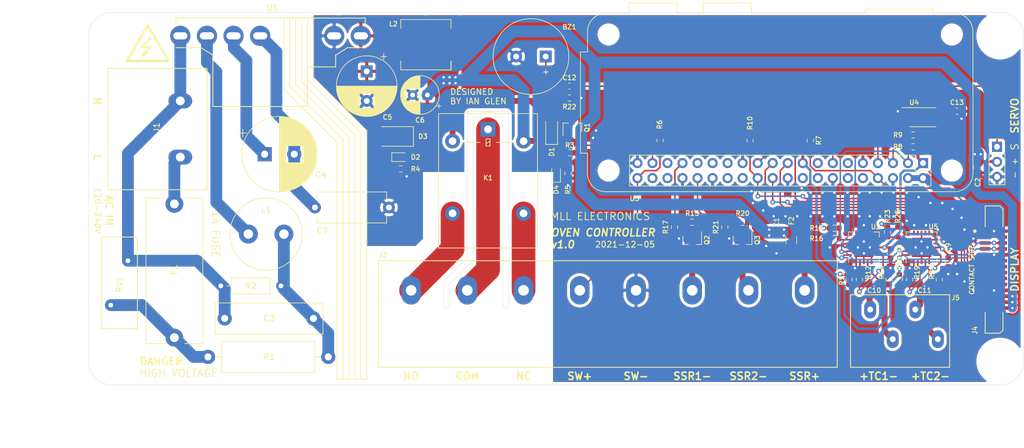
<source format=kicad_pcb>
(kicad_pcb (version 20171130) (host pcbnew 5.1.10)
  (title_block (title "MLL ELECTRONICS OVEN CONTROLLER") (date 2021-12-07) (rev v1.0) (company "DESIGNED BY IAN GLEN") (comment 3 "VISIT HTTPS://OHWR.ORG/CERNOHL FOR MORE INFORMATION") (comment 4 "LICENSED UNDER CERN-OHL-W V2"))
  (layers (0 F.Cu signal) (31 B.Cu signal) (35 F.Paste user) (37 F.SilkS user) (38 B.Mask user) (39 F.Mask user) (44 Edge.Cuts user))
  (net 0 "")
  (net 1 "Net-(BZ1-Pad1)")
  (net 2 GND)
  (net 3 "Net-(C3-Pad1)")
  (net 4 +5V)
  (net 5 +3V3)
  (net 6 /BUZZER)
  (net 7 "Net-(C10-Pad1)")
  (net 8 "Net-(C10-Pad2)")
  (net 9 "Net-(D4-Pad1)")
  (net 10 "Net-(F2-Pad1)")
  (net 11 "Net-(L1-Pad2)")
  (net 12 /SSR1)
  (net 13 /SSR2)
  (net 14 /~LCD_CS)
  (net 15 /~CTP_INT)
  (net 16 /I2C_SCL)
  (net 17 /I2C_SDA)
  (net 18 "Net-(F1-Pad1)")
  (net 19 /GPO)
  (net 20 /SERVO)
  (net 21 /GPI)
  (net 22 /LCD_MOSI)
  (net 23 /LCD_MISO)
  (net 24 /LCD_DC)
  (net 25 /LCD_SCK)
  (net 26 "Net-(C3-Pad2)")
  (net 27 "Net-(C4-Pad2)")
  (net 28 "Net-(C4-Pad1)")
  (net 29 "Net-(C5-Pad1)")
  (net 30 "Net-(C11-Pad2)")
  (net 31 "Net-(C11-Pad1)")
  (net 32 "Net-(D1-Pad2)")
  (net 33 "Net-(D2-Pad1)")
  (net 34 "Net-(F1-Pad2)")
  (net 35 /GPO_NO)
  (net 36 /GPO_COM)
  (net 37 /GPO_NC)
  (net 38 "Net-(J3-Pad6)")
  (net 39 "Net-(J3-Pad7)")
  (net 40 "Net-(R13-Pad2)")
  (net 41 "Net-(R23-Pad2)")
  (net 42 "Net-(Q1-Pad1)")
  (net 43 "Net-(Q2-Pad1)")
  (net 44 "Net-(Q3-Pad1)")
  (module oven-controller:TerminalBlock_OST_OSTYK44108030_P9.50mm (layer F.Cu) (at 154.5 147)
    (fp_text reference J3 (at -4.75 -6) (layer F.SilkS) (effects (font (size 0.8 0.8))))
    (fp_text value I/O)
    (pad 7 thru_hole oval (at 57 0 90) (size 4.8 3.3) (drill 1.8) (layers *.Cu *.Mask) (net 39 "Net-(J3-Pad7)"))
    (pad 8 thru_hole oval (at 66.5 0 90) (size 4.8 3.3) (drill 1.8) (layers *.Cu *.Mask) (net 10 "Net-(F2-Pad1)"))
    (pad 6 thru_hole oval (at 47.5 0 90) (size 4.8 3.3) (drill 1.8) (layers *.Cu *.Mask) (net 38 "Net-(J3-Pad6)"))
    (pad 5 thru_hole oval (at 38 0 90) (size 4.8 3.3) (drill 1.8) (layers *.Cu *.Mask) (net 2 GND))
    (pad 4 thru_hole oval (at 28.5 0 90) (size 4.8 3.3) (drill 1.8) (layers *.Cu *.Mask) (net 21 /GPI))
    (pad 3 thru_hole oval (at 19 0 90) (size 4.8 3.3) (drill 1.8) (layers *.Cu *.Mask) (net 37 /GPO_NC))
    (pad 2 thru_hole oval (at 9.5 0 90) (size 4.8 3.3) (drill 1.8) (layers *.Cu *.Mask) (net 36 /GPO_COM))
    (pad 1 thru_hole oval (at 0 0 90) (size 4.8 3.3) (drill 1.8) (layers *.Cu *.Mask) (net 35 /GPO_NO))
  )
  (module Relay_THT:Relay_SPDT_Omron-G5LE-1 (layer F.Cu) (at 167.5 119.8)
    (fp_text reference K1 (at 0 8.2) (layer F.SilkS) (effects (font (size 0.8 0.8))))
    (fp_text value G5LE-1)
    (pad 5 thru_hole oval (at 6 2) (size 2.5 2.5) (drill 1.3) (layers *.Cu *.Mask) (net 4 +5V))
    (pad 4 thru_hole oval (at 6 14.2) (size 2.5 2.5) (drill 1.3) (layers *.Cu *.Mask) (net 37 /GPO_NC))
    (pad 3 thru_hole oval (at -6 14.2) (size 2.5 2.5) (drill 1.3) (layers *.Cu *.Mask) (net 35 /GPO_NO))
    (pad 2 thru_hole oval (at -6 2) (size 2.5 2.5) (drill 1.3) (layers *.Cu *.Mask) (net 32 "Net-(D1-Pad2)"))
    (pad 1 thru_hole rect (at 0 0) (size 2.5 2.5) (drill 1.3) (layers *.Cu *.Mask) (net 36 /GPO_COM))
  )
  (module oven-controller:Fuseholder_Cylinder-5x20mm_Littelfuse_0PTF0078P (layer F.Cu) (at 114.5 155 90)
    (fp_text reference F1 (at 11.5 0 270) (layer F.SilkS))
    (fp_text value 1A)
    (pad 2 thru_hole circle (at 22.6 0 90) (size 3 3) (drill 1.5) (layers *.Cu *.Mask) (net 34 "Net-(F1-Pad2)"))
    (pad 1 thru_hole circle (at 0 0 90) (size 3 3) (drill 1.5) (layers *.Cu *.Mask) (net 18 "Net-(F1-Pad1)"))
  )
  (module oven-controller:TerminalBlock_Amphenol_YK-44102_P9.50mm (layer F.Cu) (at 115.5 115 270)
    (fp_text reference J1 (at 4.5 4 270) (layer F.SilkS))
    (fp_text value "AC IN")
    (pad 2 thru_hole oval (at 9.5 0 270) (size 2.5 4) (drill 1.5) (layers *.Cu *.Mask) (net 34 "Net-(F1-Pad2)"))
    (pad 1 thru_hole oval (at 0 0 270) (size 2.5 4) (drill 1.5) (layers *.Cu *.Mask) (net 26 "Net-(C3-Pad2)"))
  )
  (module oven-controller:TerminalBlock_Wuerth_691412320004_P3.81mm (layer F.Cu) (at 243.5 155.25)
    (fp_text reference J5 (at 3 -7) (layer F.SilkS) (effects (font (size 0.8 0.8))))
    (fp_text value THERMOCOUPLE)
    (pad 4 thru_hole oval (at -11.43 -5) (size 2 3) (drill 1) (layers *.Cu *.Mask) (net 7 "Net-(C10-Pad1)"))
    (pad 2 thru_hole oval (at -3.81 -5) (size 2 3) (drill 1) (layers *.Cu *.Mask) (net 31 "Net-(C11-Pad1)"))
    (pad 3 thru_hole oval (at -7.62 0) (size 2 3) (drill 1) (layers *.Cu *.Mask) (net 8 "Net-(C10-Pad2)"))
    (pad 1 thru_hole oval (at 0 0) (size 2 3) (drill 1) (layers *.Cu *.Mask) (net 30 "Net-(C11-Pad2)"))
  )
  (module oven-controller:L_Murata_DG8040C (layer F.Cu) (at 157 105.5)
    (fp_text reference L2 (at -5.5 -3.5) (layer F.SilkS) (effects (font (size 0.8 0.8))))
    (fp_text value 2.2u)
    (pad 2 smd roundrect (at 3.1 0) (size 2.3 5.2) (layers F.Cu F.Paste F.Mask) (roundrect_rratio 0.1) (net 4 +5V))
    (pad 1 smd roundrect (at -3.1 0) (size 2.3 5.2) (layers F.Cu F.Paste F.Mask) (roundrect_rratio 0.1) (net 29 "Net-(C5-Pad1)"))
  )
  (module oven-controller:Buzzer_Murata_PKM13EPYH4002-B0 (layer F.Cu) (at 177.25 107.5 180)
    (fp_text reference BZ1 (at -4 5) (layer F.SilkS) (effects (font (size 0.8 0.8))))
    (fp_text value Buzzer hide)
    (fp_text user + (at -0.01 -2.54) (layer F.SilkS))
    (pad 2 thru_hole circle (at 5 0 180) (size 2 2) (drill 1) (layers *.Cu *.Mask) (net 2 GND))
    (pad 1 thru_hole rect (at 0 0 180) (size 2 2) (drill 1) (layers *.Cu *.Mask) (net 1 "Net-(BZ1-Pad1)"))
  )
  (module Capacitor_THT:C_Rect_L18.0mm_W5.0mm_P15.00mm_FKS3_FKP3 (layer F.Cu) (at 138 151.75 180)
    (fp_text reference C3 (at 7.5 0) (layer F.SilkS))
    (fp_text value 0.1u)
    (pad 2 thru_hole circle (at 15 0 180) (size 2.4 2.4) (drill 1.2) (layers *.Cu *.Mask) (net 26 "Net-(C3-Pad2)"))
    (pad 1 thru_hole circle (at 0 0 180) (size 2.4 2.4) (drill 1.2) (layers *.Cu *.Mask) (net 3 "Net-(C3-Pad1)"))
  )
  (module Capacitor_THT:CP_Radial_D10.0mm_P5.00mm (layer F.Cu) (at 147 110 270)
    (fp_text reference C5 (at 7.75 -3.5) (layer F.SilkS) (effects (font (size 0.8 0.8))))
    (fp_text value 820u)
    (pad 2 thru_hole circle (at 5 0 270) (size 2 2) (drill 1) (layers *.Cu *.Mask) (net 2 GND))
    (pad 1 thru_hole rect (at 0 0 270) (size 2 2) (drill 1) (layers *.Cu *.Mask) (net 29 "Net-(C5-Pad1)"))
  )
  (module Capacitor_THT:CP_Radial_D6.3mm_P2.50mm (layer F.Cu) (at 157.25 114 180)
    (fp_text reference C6 (at 1.25 -4.25) (layer F.SilkS) (effects (font (size 0.8 0.8))))
    (fp_text value 150u)
    (pad 2 thru_hole circle (at 2.5 0 180) (size 1.6 1.6) (drill 0.8) (layers *.Cu *.Mask) (net 2 GND))
    (pad 1 thru_hole rect (at 0 0 180) (size 1.6 1.6) (drill 0.8) (layers *.Cu *.Mask) (net 4 +5V))
  )
  (module oven-controller:C_Disc_D9.0mm_W5.0mm_P12.50mm (layer F.Cu) (at 150.75 133 180)
    (fp_text reference C7 (at 11.25 -4 180) (layer F.SilkS))
    (fp_text value 1n)
    (pad 2 thru_hole circle (at 12.5 0 180) (size 2 2) (drill 1) (layers *.Cu *.Mask) (net 27 "Net-(C4-Pad2)"))
    (pad 1 thru_hole circle (at 0 0 180) (size 2 2) (drill 1) (layers *.Cu *.Mask) (net 2 GND))
  )
  (module Capacitor_SMD:C_0603_1608Metric (layer F.Cu) (at 235.5 140.775 270)
    (fp_text reference C8 (at -0.775 -1.5 90) (layer F.SilkS) (effects (font (size 0.8 0.8))))
    (fp_text value 0.1u)
    (pad 2 smd roundrect (at 0.775 0 270) (size 0.9 0.95) (layers F.Cu F.Paste F.Mask) (net 2 GND))
    (pad 1 smd roundrect (at -0.775 0 270) (size 0.9 0.95) (layers F.Cu F.Paste F.Mask) (net 5 +3V3))
  )
  (module Capacitor_SMD:C_0603_1608Metric (layer F.Cu) (at 245.25 142.25 270)
    (fp_text reference C9 (at -2.5 0 90) (layer F.SilkS) (effects (font (size 0.8 0.8))))
    (fp_text value 0.1u)
    (pad 2 smd roundrect (at 0.775 0 270) (size 0.9 0.95) (layers F.Cu F.Paste F.Mask) (net 2 GND))
    (pad 1 smd roundrect (at -0.775 0 270) (size 0.9 0.95) (layers F.Cu F.Paste F.Mask) (net 5 +3V3))
  )
  (module Capacitor_SMD:C_0603_1608Metric (layer F.Cu) (at 232.75 145.75)
    (fp_text reference C10 (at 0 1.25) (layer F.SilkS) (effects (font (size 0.8 0.8))))
    (fp_text value 0.1u)
    (pad 2 smd roundrect (at 0.775 0) (size 0.9 0.95) (layers F.Cu F.Paste F.Mask) (net 8 "Net-(C10-Pad2)"))
    (pad 1 smd roundrect (at -0.775 0) (size 0.9 0.95) (layers F.Cu F.Paste F.Mask) (net 7 "Net-(C10-Pad1)"))
  )
  (module Capacitor_SMD:C_0603_1608Metric (layer F.Cu) (at 181.25 112.5)
    (fp_text reference C12 (at 0 -1.43) (layer F.SilkS) (effects (font (size 0.8 0.8))))
    (fp_text value 0.1u)
    (pad 2 smd roundrect (at 0.775 0) (size 0.9 0.95) (layers F.Cu F.Paste F.Mask) (net 6 /BUZZER))
    (pad 1 smd roundrect (at -0.775 0) (size 0.9 0.95) (layers F.Cu F.Paste F.Mask) (net 1 "Net-(BZ1-Pad1)"))
  )
  (module Capacitor_SMD:C_0603_1608Metric (layer F.Cu) (at 241.25 145.75)
    (fp_text reference C11 (at 0 1.25) (layer F.SilkS) (effects (font (size 0.8 0.8))))
    (fp_text value 0.1u)
    (pad 2 smd roundrect (at 0.775 0) (size 0.9 0.95) (layers F.Cu F.Paste F.Mask) (net 30 "Net-(C11-Pad2)"))
    (pad 1 smd roundrect (at -0.775 0) (size 0.9 0.95) (layers F.Cu F.Paste F.Mask) (net 31 "Net-(C11-Pad1)"))
  )
  (module Capacitor_SMD:C_0603_1608Metric (layer F.Cu) (at 246.75 116.75)
    (fp_text reference C13 (at -0.025 -1.5) (layer F.SilkS) (effects (font (size 0.8 0.8))))
    (fp_text value 0.1u)
    (pad 2 smd roundrect (at 0.775 0) (size 0.9 0.95) (layers F.Cu F.Paste F.Mask) (net 2 GND))
    (pad 1 smd roundrect (at -0.775 0) (size 0.9 0.95) (layers F.Cu F.Paste F.Mask) (net 5 +3V3))
  )
  (module LED_SMD:LED_0603_1608Metric (layer F.Cu) (at 152.7125 124.5)
    (fp_text reference D2 (at 2.5375 0) (layer F.SilkS) (effects (font (size 0.8 0.8))))
    (fp_text value RED)
    (pad 2 smd roundrect (at 0.7875 0) (size 0.875 0.95) (layers F.Cu F.Paste F.Mask) (net 4 +5V))
    (pad 1 smd roundrect (at -0.7875 0) (size 0.875 0.95) (layers F.Cu F.Paste F.Mask) (net 33 "Net-(D2-Pad1)"))
  )
  (module Diode_SMD:D_SMA (layer F.Cu) (at 151.5 121 180)
    (fp_text reference D3 (at -5 0) (layer F.SilkS) (effects (font (size 0.8 0.8))))
    (fp_text value SMAJ6.0A)
    (pad 2 smd rect (at 2 0 180) (size 2.5 1.8) (layers F.Cu F.Paste F.Mask) (net 2 GND))
    (pad 1 smd rect (at -2 0 180) (size 2.5 1.8) (layers F.Cu F.Paste F.Mask) (net 4 +5V))
  )
  (module Diode_SMD:D_SOD-123 (layer F.Cu) (at 178.25 120.1 90)
    (fp_text reference D1 (at -3.5 0 90) (layer F.SilkS) (effects (font (size 0.8 0.8))))
    (fp_text value 1N4148)
    (pad 2 smd rect (at 1.65 0 90) (size 0.9 1.2) (layers F.Cu F.Paste F.Mask) (net 32 "Net-(D1-Pad2)"))
    (pad 1 smd rect (at -1.65 0 90) (size 0.9 1.2) (layers F.Cu F.Paste F.Mask) (net 4 +5V))
  )
  (module LED_SMD:LED_0603_1608Metric (layer F.Cu) (at 179 127.25 90)
    (fp_text reference D4 (at -2.75 0 90) (layer F.SilkS) (effects (font (size 0.8 0.8))))
    (fp_text value RED)
    (pad 2 smd roundrect (at 0.7875 0 90) (size 0.875 0.95) (layers F.Cu F.Paste F.Mask) (net 19 /GPO))
    (pad 1 smd roundrect (at -0.7875 0 90) (size 0.875 0.95) (layers F.Cu F.Paste F.Mask) (net 9 "Net-(D4-Pad1)"))
  )
  (module Fuse:Fuse_1206_3216Metric (layer F.Cu) (at 218.75 138.5 90)
    (fp_text reference F2 (at 3.25 0 90) (layer F.SilkS) (effects (font (size 0.8 0.8))))
    (fp_text value 0.25A)
    (pad 2 smd roundrect (at 1.4 0 90) (size 1.25 1.75) (layers F.Cu F.Paste F.Mask) (roundrect_rratio 0.2) (net 4 +5V))
    (pad 1 smd roundrect (at -1.4 0 90) (size 1.25 1.75) (layers F.Cu F.Paste F.Mask) (roundrect_rratio 0.2) (net 10 "Net-(F2-Pad1)"))
  )
  (module MountingHole:MountingHole_3.2mm_M3 (layer F.Cu) (at 104 104)
    (fp_text reference H1 hide)
    (fp_text value MountingHole hide)
    (pad 1 np_thru_hole circle (at 0 0) (size 3.2 3.2) (drill 3.2) (layers *.Cu *.Mask))
  )
  (module MountingHole:MountingHole_3.2mm_M3 (layer F.Cu) (at 104 159)
    (fp_text reference H2 hide)
    (fp_text value MountingHole hide)
    (pad 1 np_thru_hole circle (at 0 0) (size 3.2 3.2) (drill 3.2) (layers *.Cu *.Mask))
  )
  (module MountingHole:MountingHole_3.2mm_M3 (layer F.Cu) (at 254 104)
    (fp_text reference H3 hide)
    (fp_text value MountingHole hide)
    (pad "" np_thru_hole circle (at 0 0) (size 3.2 3.2) (drill 3.2) (layers *.Cu *.Mask) (clearance 2.4))
  )
  (module MountingHole:MountingHole_3.2mm_M3 (layer F.Cu) (at 254 159)
    (fp_text reference H4 hide)
    (fp_text value MountingHole hide)
    (pad 1 np_thru_hole circle (at 0 0) (size 3.2 3.2) (drill 3.2) (layers *.Cu *.Mask))
  )
  (module Inductor_THT:L_Radial_D12.0mm_P6.00mm_MuRATA_1900R (layer F.Cu) (at 133 137.5 180)
    (fp_text reference L1 (at 3 4) (layer F.SilkS))
    (fp_text value 2.2m)
    (pad 2 thru_hole circle (at 6 0 180) (size 3.2 3.2) (drill 1.6) (layers *.Cu *.Mask) (net 11 "Net-(L1-Pad2)"))
    (pad 1 thru_hole circle (at 0 0 180) (size 3.2 3.2) (drill 1.6) (layers *.Cu *.Mask) (net 3 "Net-(C3-Pad1)"))
  )
  (module Resistor_SMD:R_0603_1608Metric (layer F.Cu) (at 196.575 121.675 270)
    (fp_text reference R6 (at -2.675 0.075 90) (layer F.SilkS) (effects (font (size 0.8 0.8))))
    (fp_text value 10K)
    (pad 2 smd roundrect (at 0.825 0 270) (size 0.8 0.95) (layers F.Cu F.Paste F.Mask) (net 21 /GPI))
    (pad 1 smd roundrect (at -0.825 0 270) (size 0.8 0.95) (layers F.Cu F.Paste F.Mask) (net 5 +3V3))
  )
  (module Resistor_SMD:R_0603_1608Metric (layer F.Cu) (at 210.5 135.5 180)
    (fp_text reference R20 (at 0 1.5) (layer F.SilkS) (effects (font (size 0.8 0.8))))
    (fp_text value 1K)
    (pad 2 smd roundrect (at 0.825 0 180) (size 0.8 0.95) (layers F.Cu F.Paste F.Mask) (net 13 /SSR2))
    (pad 1 smd roundrect (at -0.825 0 180) (size 0.8 0.95) (layers F.Cu F.Paste F.Mask) (net 44 "Net-(Q3-Pad1)"))
  )
  (module Resistor_THT:R_Axial_DIN0516_L15.5mm_D5.0mm_P20.32mm_Horizontal (layer F.Cu) (at 140.5 158.25 180)
    (fp_text reference R1 (at 10 0) (layer F.SilkS))
    (fp_text value 6.8)
    (pad 2 thru_hole oval (at 20.32 0 180) (size 2.4 2.4) (drill 1.2) (layers *.Cu *.Mask) (net 18 "Net-(F1-Pad1)"))
    (pad 1 thru_hole circle (at 0 0 180) (size 2.4 2.4) (drill 1.2) (layers *.Cu *.Mask) (net 3 "Net-(C3-Pad1)"))
  )
  (module Resistor_SMD:R_0603_1608Metric (layer F.Cu) (at 207.5 136.325 270)
    (fp_text reference R21 (at 0 1.5 90) (layer F.SilkS) (effects (font (size 0.8 0.8))))
    (fp_text value 10K)
    (pad 2 smd roundrect (at 0.825 0 270) (size 0.8 0.95) (layers F.Cu F.Paste F.Mask) (net 2 GND))
    (pad 1 smd roundrect (at -0.825 0 270) (size 0.8 0.95) (layers F.Cu F.Paste F.Mask) (net 13 /SSR2))
  )
  (module Resistor_SMD:R_0603_1608Metric (layer F.Cu) (at 152.75 126.5)
    (fp_text reference R4 (at 2.5 0) (layer F.SilkS) (effects (font (size 0.8 0.8))))
    (fp_text value 1K)
    (pad 2 smd roundrect (at 0.825 0) (size 0.8 0.95) (layers F.Cu F.Paste F.Mask) (net 2 GND))
    (pad 1 smd roundrect (at -0.825 0) (size 0.8 0.95) (layers F.Cu F.Paste F.Mask) (net 33 "Net-(D2-Pad1)"))
  )
  (module Resistor_SMD:R_0603_1608Metric (layer F.Cu) (at 202 135.5 180)
    (fp_text reference R15 (at 0 1.5) (layer F.SilkS) (effects (font (size 0.8 0.8))))
    (fp_text value 1K)
    (pad 2 smd roundrect (at 0.825 0 180) (size 0.8 0.95) (layers F.Cu F.Paste F.Mask) (net 12 /SSR1))
    (pad 1 smd roundrect (at -0.825 0 180) (size 0.8 0.95) (layers F.Cu F.Paste F.Mask) (net 43 "Net-(Q2-Pad1)"))
  )
  (module Resistor_SMD:R_0603_1608Metric (layer F.Cu) (at 199 136.325 270)
    (fp_text reference R17 (at 0 1.5 90) (layer F.SilkS) (effects (font (size 0.8 0.8))))
    (fp_text value 10K)
    (pad 2 smd roundrect (at 0.825 0 270) (size 0.8 0.95) (layers F.Cu F.Paste F.Mask) (net 2 GND))
    (pad 1 smd roundrect (at -0.825 0 270) (size 0.8 0.95) (layers F.Cu F.Paste F.Mask) (net 12 /SSR1))
  )
  (module Resistor_SMD:R_0603_1608Metric (layer F.Cu) (at 221.95 121.675 270)
    (fp_text reference R7 (at 0 -1.43 90) (layer F.SilkS) (effects (font (size 0.8 0.8))))
    (fp_text value 10K)
    (pad 2 smd roundrect (at 0.825 0 270) (size 0.8 0.95) (layers F.Cu F.Paste F.Mask) (net 15 /~CTP_INT))
    (pad 1 smd roundrect (at -0.825 0 270) (size 0.8 0.95) (layers F.Cu F.Paste F.Mask) (net 5 +3V3))
  )
  (module Resistor_SMD:R_0603_1608Metric (layer F.Cu) (at 228.5 145.175 90)
    (fp_text reference R11 (at 0.175 -1.25 90) (layer F.SilkS) (effects (font (size 0.8 0.8))))
    (fp_text value 2M)
    (pad 2 smd roundrect (at 0.825 0 90) (size 0.8 0.95) (layers F.Cu F.Paste F.Mask) (net 5 +3V3))
    (pad 1 smd roundrect (at -0.825 0 90) (size 0.8 0.95) (layers F.Cu F.Paste F.Mask) (net 7 "Net-(C10-Pad1)"))
  )
  (module Resistor_SMD:R_0603_1608Metric (layer F.Cu) (at 230.25 145.175 270)
    (fp_text reference R12 (at -1.175 -1.5 90) (layer F.SilkS) (effects (font (size 0.8 0.8))))
    (fp_text value 2.49M)
    (pad 2 smd roundrect (at 0.825 0 270) (size 0.8 0.95) (layers F.Cu F.Paste F.Mask) (net 7 "Net-(C10-Pad1)"))
    (pad 1 smd roundrect (at -0.825 0 270) (size 0.8 0.95) (layers F.Cu F.Paste F.Mask) (net 2 GND))
  )
  (module Resistor_SMD:R_0603_1608Metric (layer F.Cu) (at 181.325 123.75)
    (fp_text reference R3 (at 0 -1.25) (layer F.SilkS) (effects (font (size 0.8 0.8))))
    (fp_text value 1K)
    (pad 2 smd roundrect (at 0.825 0) (size 0.8 0.95) (layers F.Cu F.Paste F.Mask) (net 19 /GPO))
    (pad 1 smd roundrect (at -0.825 0) (size 0.8 0.95) (layers F.Cu F.Paste F.Mask) (net 42 "Net-(Q1-Pad1)"))
  )
  (module Resistor_SMD:R_0603_1608Metric (layer F.Cu) (at 181 127.25 270)
    (fp_text reference R5 (at 2.75 0 90) (layer F.SilkS) (effects (font (size 0.8 0.8))))
    (fp_text value 1K)
    (pad 2 smd roundrect (at 0.825 0 270) (size 0.8 0.95) (layers F.Cu F.Paste F.Mask) (net 2 GND))
    (pad 1 smd roundrect (at -0.825 0 270) (size 0.8 0.95) (layers F.Cu F.Paste F.Mask) (net 9 "Net-(D4-Pad1)"))
  )
  (module Resistor_SMD:R_0603_1608Metric (layer F.Cu) (at 226 136.5)
    (fp_text reference R13 (at -3 0) (layer F.SilkS) (effects (font (size 0.8 0.8))))
    (fp_text value DNP)
    (pad 2 smd roundrect (at 0.825 0) (size 0.8 0.95) (layers F.Cu F.Paste F.Mask) (net 40 "Net-(R13-Pad2)"))
    (pad 1 smd roundrect (at -0.825 0) (size 0.8 0.95) (layers F.Cu F.Paste F.Mask) (net 5 +3V3))
  )
  (module Resistor_SMD:R_0603_1608Metric (layer F.Cu) (at 235.25 145.175 90)
    (fp_text reference R14 (at 1.175 -1.25 90) (layer F.SilkS) (effects (font (size 0.8 0.8))))
    (fp_text value 487K)
    (pad 2 smd roundrect (at 0.825 0 90) (size 0.8 0.95) (layers F.Cu F.Paste F.Mask) (net 2 GND))
    (pad 1 smd roundrect (at -0.825 0 90) (size 0.8 0.95) (layers F.Cu F.Paste F.Mask) (net 8 "Net-(C10-Pad2)"))
  )
  (module Resistor_SMD:R_0603_1608Metric (layer F.Cu) (at 226 138.25 180)
    (fp_text reference R16 (at 3 0) (layer F.SilkS) (effects (font (size 0.8 0.8))))
    (fp_text value 0)
    (pad 2 smd roundrect (at 0.825 0 180) (size 0.8 0.95) (layers F.Cu F.Paste F.Mask) (net 2 GND))
    (pad 1 smd roundrect (at -0.825 0 180) (size 0.8 0.95) (layers F.Cu F.Paste F.Mask) (net 40 "Net-(R13-Pad2)"))
  )
  (module Resistor_SMD:R_0603_1608Metric (layer F.Cu) (at 181.25 114.5)
    (fp_text reference R22 (at 0 1.5) (layer F.SilkS) (effects (font (size 0.8 0.8))))
    (fp_text value 10K)
    (pad 2 smd roundrect (at 0.825 0) (size 0.8 0.95) (layers F.Cu F.Paste F.Mask) (net 2 GND))
    (pad 1 smd roundrect (at -0.825 0) (size 0.8 0.95) (layers F.Cu F.Paste F.Mask) (net 1 "Net-(BZ1-Pad1)"))
  )
  (module Resistor_SMD:R_0603_1608Metric (layer F.Cu) (at 237 145.175 90)
    (fp_text reference R18 (at 2.675 0 90) (layer F.SilkS) (effects (font (size 0.8 0.8))))
    (fp_text value 2M)
    (pad 2 smd roundrect (at 0.825 0 90) (size 0.8 0.95) (layers F.Cu F.Paste F.Mask) (net 5 +3V3))
    (pad 1 smd roundrect (at -0.825 0 90) (size 0.8 0.95) (layers F.Cu F.Paste F.Mask) (net 31 "Net-(C11-Pad1)"))
  )
  (module Resistor_SMD:R_0603_1608Metric (layer F.Cu) (at 238.75 145.175 270)
    (fp_text reference R19 (at -1.175 -1.25 90) (layer F.SilkS) (effects (font (size 0.8 0.8))))
    (fp_text value 2.49M)
    (pad 2 smd roundrect (at 0.825 0 270) (size 0.8 0.95) (layers F.Cu F.Paste F.Mask) (net 31 "Net-(C11-Pad1)"))
    (pad 1 smd roundrect (at -0.825 0 270) (size 0.8 0.95) (layers F.Cu F.Paste F.Mask) (net 2 GND))
  )
  (module Resistor_SMD:R_0603_1608Metric (layer F.Cu) (at 235 137.175 270)
    (fp_text reference R23 (at -2.675 0 90) (layer F.SilkS) (effects (font (size 0.8 0.8))))
    (fp_text value 10K)
    (pad 2 smd roundrect (at 0.825 0 270) (size 0.8 0.95) (layers F.Cu F.Paste F.Mask) (net 41 "Net-(R23-Pad2)"))
    (pad 1 smd roundrect (at -0.825 0 270) (size 0.8 0.95) (layers F.Cu F.Paste F.Mask) (net 5 +3V3))
  )
  (module Resistor_SMD:R_0603_1608Metric (layer F.Cu) (at 243.75 145.175 90)
    (fp_text reference R24 (at 1.175 -1.25 90) (layer F.SilkS) (effects (font (size 0.8 0.8))))
    (fp_text value 487K)
    (pad 2 smd roundrect (at 0.825 0 90) (size 0.8 0.95) (layers F.Cu F.Paste F.Mask) (net 2 GND))
    (pad 1 smd roundrect (at -0.825 0 90) (size 0.8 0.95) (layers F.Cu F.Paste F.Mask) (net 30 "Net-(C11-Pad2)"))
  )
  (module Resistor_SMD:R_0603_1608Metric (layer F.Cu) (at 236.75 137.175 90)
    (fp_text reference R25 (at 2.675 0 90) (layer F.SilkS) (effects (font (size 0.8 0.8))))
    (fp_text value 2.2K)
    (pad 2 smd roundrect (at 0.825 0 90) (size 0.8 0.95) (layers F.Cu F.Paste F.Mask) (net 2 GND))
    (pad 1 smd roundrect (at -0.825 0 90) (size 0.8 0.95) (layers F.Cu F.Paste F.Mask) (net 41 "Net-(R23-Pad2)"))
  )
  (module Varistor:RV_Disc_D15.5mm_W6.1mm_P7.5mm (layer F.Cu) (at 103.75 149.5 90)
    (fp_text reference RV1 (at 3.5 1.5 270) (layer F.SilkS))
    (fp_text value 350V)
    (pad 2 thru_hole circle (at 7.5 2.9 90) (size 1.8 1.8) (drill 0.8) (layers *.Cu *.Mask) (net 26 "Net-(C3-Pad2)"))
    (pad 1 thru_hole circle (at 0 0 90) (size 1.8 1.8) (drill 0.8) (layers *.Cu *.Mask) (net 18 "Net-(F1-Pad1)"))
  )
  (module Package_DFN_QFN:TQFN-20-1EP_5x5mm_P0.65mm_EP3.25x3.25mm (layer F.Cu) (at 231 139.75 90)
    (fp_text reference U2 (at 3.5 2 180) (layer F.SilkS) (effects (font (size 0.8 0.8))))
    (fp_text value MCP96L01)
    (pad 21 smd rect (at 0 0 90) (size 3.25 3.25) (layers F.Cu F.Mask) (net 2 GND))
    (pad 20 smd roundrect (at -1.3 -2.4375 90) (size 0.3 0.825) (layers F.Cu F.Paste F.Mask) (net 17 /I2C_SDA))
    (pad 19 smd roundrect (at -0.65 -2.4375 90) (size 0.3 0.825) (layers F.Cu F.Paste F.Mask) (net 16 /I2C_SCL))
    (pad 18 smd roundrect (at 0 -2.4375 90) (size 0.3 0.825) (layers F.Cu F.Paste F.Mask) (net 2 GND))
    (pad 17 smd roundrect (at 0.65 -2.4375 90) (size 0.3 0.825) (layers F.Cu F.Paste F.Mask) (net 2 GND))
    (pad 16 smd roundrect (at 1.3 -2.4375 90) (size 0.3 0.825) (layers F.Cu F.Paste F.Mask) (net 40 "Net-(R13-Pad2)"))
    (pad 15 smd roundrect (at 2.4375 -1.3 90) (size 0.825 0.3) (layers F.Cu F.Paste F.Mask))
    (pad 14 smd roundrect (at 2.4375 -0.65 90) (size 0.825 0.3) (layers F.Cu F.Paste F.Mask))
    (pad 13 smd roundrect (at 2.4375 0 90) (size 0.825 0.3) (layers F.Cu F.Paste F.Mask) (net 2 GND))
    (pad 12 smd roundrect (at 2.4375 0.65 90) (size 0.825 0.3) (layers F.Cu F.Paste F.Mask))
    (pad 11 smd roundrect (at 2.4375 1.3 90) (size 0.825 0.3) (layers F.Cu F.Paste F.Mask))
    (pad 10 smd roundrect (at 1.3 2.4375 90) (size 0.3 0.825) (layers F.Cu F.Paste F.Mask) (net 2 GND))
    (pad 9 smd roundrect (at 0.65 2.4375 90) (size 0.3 0.825) (layers F.Cu F.Paste F.Mask))
    (pad 8 smd roundrect (at 0 2.4375 90) (size 0.3 0.825) (layers F.Cu F.Paste F.Mask) (net 5 +3V3))
    (pad 7 smd roundrect (at -0.65 2.4375 90) (size 0.3 0.825) (layers F.Cu F.Paste F.Mask))
    (pad 6 smd roundrect (at -1.3 2.4375 90) (size 0.3 0.825) (layers F.Cu F.Paste F.Mask) (net 7 "Net-(C10-Pad1)"))
    (pad 5 smd roundrect (at -2.4375 1.3 90) (size 0.825 0.3) (layers F.Cu F.Paste F.Mask) (net 2 GND))
    (pad 4 smd roundrect (at -2.4375 0.65 90) (size 0.825 0.3) (layers F.Cu F.Paste F.Mask) (net 8 "Net-(C10-Pad2)"))
    (pad 3 smd roundrect (at -2.4375 0 90) (size 0.825 0.3) (layers F.Cu F.Paste F.Mask) (net 2 GND))
    (pad 2 smd roundrect (at -2.4375 -0.65 90) (size 0.825 0.3) (layers F.Cu F.Paste F.Mask) (net 7 "Net-(C10-Pad1)"))
    (pad 1 smd roundrect (at -2.4375 -1.3 90) (size 0.825 0.3) (layers F.Cu F.Paste F.Mask) (net 2 GND))
  )
  (module Package_SO:TSSOP-8_4.4x3mm_P0.65mm (layer F.Cu) (at 241 117.75)
    (fp_text reference U4 (at -1.5 -2.5) (layer F.SilkS) (effects (font (size 0.8 0.8))))
    (fp_text value AT34C04-X5M)
    (pad 8 smd roundrect (at 2.8625 -0.975) (size 1.475 0.4) (layers F.Cu F.Paste F.Mask) (net 5 +3V3))
    (pad 7 smd roundrect (at 2.8625 -0.325) (size 1.475 0.4) (layers F.Cu F.Paste F.Mask))
    (pad 6 smd roundrect (at 2.8625 0.325) (size 1.475 0.4) (layers F.Cu F.Paste F.Mask) (net 16 /I2C_SCL))
    (pad 5 smd roundrect (at 2.8625 0.975) (size 1.475 0.4) (layers F.Cu F.Paste F.Mask) (net 17 /I2C_SDA))
    (pad 4 smd roundrect (at -2.8625 0.975) (size 1.475 0.4) (layers F.Cu F.Paste F.Mask) (net 2 GND))
    (pad 3 smd roundrect (at -2.8625 0.325) (size 1.475 0.4) (layers F.Cu F.Paste F.Mask) (net 2 GND))
    (pad 2 smd roundrect (at -2.8625 -0.325) (size 1.475 0.4) (layers F.Cu F.Paste F.Mask) (net 2 GND))
    (pad 1 smd roundrect (at -2.8625 -0.975) (size 1.475 0.4) (layers F.Cu F.Paste F.Mask) (net 2 GND))
  )
  (module Package_DFN_QFN:TQFN-20-1EP_5x5mm_P0.65mm_EP3.25x3.25mm (layer F.Cu) (at 240.75 139.75 90)
    (fp_text reference U5 (at 3.5 2 180) (layer F.SilkS) (effects (font (size 0.8 0.8))))
    (fp_text value MCP96L01)
    (pad 21 smd rect (at 0 0 90) (size 3.25 3.25) (layers F.Cu F.Mask) (net 2 GND))
    (pad 20 smd roundrect (at -1.3 -2.4375 90) (size 0.3 0.825) (layers F.Cu F.Paste F.Mask) (net 17 /I2C_SDA))
    (pad 19 smd roundrect (at -0.65 -2.4375 90) (size 0.3 0.825) (layers F.Cu F.Paste F.Mask) (net 16 /I2C_SCL))
    (pad 18 smd roundrect (at 0 -2.4375 90) (size 0.3 0.825) (layers F.Cu F.Paste F.Mask) (net 2 GND))
    (pad 17 smd roundrect (at 0.65 -2.4375 90) (size 0.3 0.825) (layers F.Cu F.Paste F.Mask) (net 2 GND))
    (pad 16 smd roundrect (at 1.3 -2.4375 90) (size 0.3 0.825) (layers F.Cu F.Paste F.Mask) (net 41 "Net-(R23-Pad2)"))
    (pad 15 smd roundrect (at 2.4375 -1.3 90) (size 0.825 0.3) (layers F.Cu F.Paste F.Mask))
    (pad 14 smd roundrect (at 2.4375 -0.65 90) (size 0.825 0.3) (layers F.Cu F.Paste F.Mask))
    (pad 13 smd roundrect (at 2.4375 0 90) (size 0.825 0.3) (layers F.Cu F.Paste F.Mask) (net 2 GND))
    (pad 12 smd roundrect (at 2.4375 0.65 90) (size 0.825 0.3) (layers F.Cu F.Paste F.Mask))
    (pad 11 smd roundrect (at 2.4375 1.3 90) (size 0.825 0.3) (layers F.Cu F.Paste F.Mask))
    (pad 10 smd roundrect (at 1.3 2.4375 90) (size 0.3 0.825) (layers F.Cu F.Paste F.Mask) (net 2 GND))
    (pad 9 smd roundrect (at 0.65 2.4375 90) (size 0.3 0.825) (layers F.Cu F.Paste F.Mask))
    (pad 8 smd roundrect (at 0 2.4375 90) (size 0.3 0.825) (layers F.Cu F.Paste F.Mask) (net 5 +3V3))
    (pad 7 smd roundrect (at -0.65 2.4375 90) (size 0.3 0.825) (layers F.Cu F.Paste F.Mask))
    (pad 6 smd roundrect (at -1.3 2.4375 90) (size 0.3 0.825) (layers F.Cu F.Paste F.Mask) (net 31 "Net-(C11-Pad1)"))
    (pad 5 smd roundrect (at -2.4375 1.3 90) (size 0.825 0.3) (layers F.Cu F.Paste F.Mask) (net 2 GND))
    (pad 4 smd roundrect (at -2.4375 0.65 90) (size 0.825 0.3) (layers F.Cu F.Paste F.Mask) (net 30 "Net-(C11-Pad2)"))
    (pad 3 smd roundrect (at -2.4375 0 90) (size 0.825 0.3) (layers F.Cu F.Paste F.Mask) (net 2 GND))
    (pad 2 smd roundrect (at -2.4375 -0.65 90) (size 0.825 0.3) (layers F.Cu F.Paste F.Mask) (net 31 "Net-(C11-Pad1)"))
    (pad 1 smd roundrect (at -2.4375 -1.3 90) (size 0.825 0.3) (layers F.Cu F.Paste F.Mask) (net 2 GND))
  )
  (module oven-controller:Raspberry_Pi_Zero_Socketed_THT_FaceUp_MountingHoles (layer F.Cu) (at 241 125.5 270)
    (fp_text reference U3 (at 6 48.75) (layer F.SilkS) (effects (font (size 0.8 0.8))))
    (fp_text value "Raspberry Pi Zero 2 W")
    (pad "" np_thru_hole circle (at 1.27 53.13 180) (size 2.75 2.75) (drill 2.75) (layers *.Cu *.Mask))
    (pad "" np_thru_hole circle (at -21.73 -4.87 180) (size 2.75 2.75) (drill 2.75) (layers *.Cu *.Mask))
    (pad "" np_thru_hole circle (at -21.73 53.13 180) (size 2.75 2.75) (drill 2.75) (layers *.Cu *.Mask))
    (pad "" np_thru_hole circle (at 1.27 -4.87 180) (size 2.75 2.75) (drill 2.75) (layers *.Cu *.Mask))
    (pad 40 thru_hole oval (at 2.54 48.26 270) (size 1.7 1.7) (drill 1) (layers *.Cu *.Mask) (net 21 /GPI))
    (pad 39 thru_hole oval (at 0 48.26 270) (size 1.7 1.7) (drill 1) (layers *.Cu *.Mask) (net 2 GND))
    (pad 26 thru_hole oval (at 2.54 30.48 270) (size 1.7 1.7) (drill 1) (layers *.Cu *.Mask))
    (pad 25 thru_hole oval (at 0 30.48 270) (size 1.7 1.7) (drill 1) (layers *.Cu *.Mask) (net 2 GND))
    (pad 22 thru_hole oval (at 2.54 25.4 270) (size 1.7 1.7) (drill 1) (layers *.Cu *.Mask) (net 24 /LCD_DC))
    (pad 21 thru_hole oval (at 0 25.4 270) (size 1.7 1.7) (drill 1) (layers *.Cu *.Mask) (net 23 /LCD_MISO))
    (pad 30 thru_hole oval (at 2.54 35.56 270) (size 1.7 1.7) (drill 1) (layers *.Cu *.Mask) (net 2 GND))
    (pad 29 thru_hole oval (at 0 35.56 270) (size 1.7 1.7) (drill 1) (layers *.Cu *.Mask))
    (pad 8 thru_hole oval (at 2.54 7.62 270) (size 1.7 1.7) (drill 1) (layers *.Cu *.Mask) (net 15 /~CTP_INT))
    (pad 7 thru_hole oval (at 0 7.62 270) (size 1.7 1.7) (drill 1) (layers *.Cu *.Mask) (net 20 /SERVO))
    (pad 32 thru_hole oval (at 2.54 38.1 270) (size 1.7 1.7) (drill 1) (layers *.Cu *.Mask) (net 13 /SSR2))
    (pad 31 thru_hole oval (at 0 38.1 270) (size 1.7 1.7) (drill 1) (layers *.Cu *.Mask))
    (pad 18 thru_hole oval (at 2.54 20.32 270) (size 1.7 1.7) (drill 1) (layers *.Cu *.Mask))
    (pad 17 thru_hole oval (at 0 20.32 270) (size 1.7 1.7) (drill 1) (layers *.Cu *.Mask) (net 5 +3V3))
    (pad 36 thru_hole oval (at 2.54 43.18 270) (size 1.7 1.7) (drill 1) (layers *.Cu *.Mask))
    (pad 35 thru_hole oval (at 0 43.18 270) (size 1.7 1.7) (drill 1) (layers *.Cu *.Mask))
    (pad 34 thru_hole oval (at 2.54 40.64 270) (size 1.7 1.7) (drill 1) (layers *.Cu *.Mask) (net 2 GND))
    (pad 33 thru_hole oval (at 0 40.64 270) (size 1.7 1.7) (drill 1) (layers *.Cu *.Mask) (net 12 /SSR1))
    (pad 38 thru_hole oval (at 2.54 45.72 270) (size 1.7 1.7) (drill 1) (layers *.Cu *.Mask))
    (pad 37 thru_hole oval (at 0 45.72 270) (size 1.7 1.7) (drill 1) (layers *.Cu *.Mask) (net 19 /GPO))
    (pad 20 thru_hole oval (at 2.54 22.86 270) (size 1.7 1.7) (drill 1) (layers *.Cu *.Mask) (net 2 GND))
    (pad 19 thru_hole oval (at 0 22.86 270) (size 1.7 1.7) (drill 1) (layers *.Cu *.Mask) (net 22 /LCD_MOSI))
    (pad 10 thru_hole oval (at 2.54 10.16 270) (size 1.7 1.7) (drill 1) (layers *.Cu *.Mask))
    (pad 9 thru_hole oval (at 0 10.16 270) (size 1.7 1.7) (drill 1) (layers *.Cu *.Mask) (net 2 GND))
    (pad 14 thru_hole oval (at 2.54 15.24 270) (size 1.7 1.7) (drill 1) (layers *.Cu *.Mask) (net 2 GND))
    (pad 13 thru_hole oval (at 0 15.24 270) (size 1.7 1.7) (drill 1) (layers *.Cu *.Mask) (net 6 /BUZZER))
    (pad 28 thru_hole oval (at 2.54 33.02 270) (size 1.7 1.7) (drill 1) (layers *.Cu *.Mask))
    (pad 27 thru_hole oval (at 0 33.02 270) (size 1.7 1.7) (drill 1) (layers *.Cu *.Mask))
    (pad 12 thru_hole oval (at 2.54 12.7 270) (size 1.7 1.7) (drill 1) (layers *.Cu *.Mask))
    (pad 11 thru_hole oval (at 0 12.7 270) (size 1.7 1.7) (drill 1) (layers *.Cu *.Mask))
    (pad 24 thru_hole oval (at 2.54 27.94 270) (size 1.7 1.7) (drill 1) (layers *.Cu *.Mask) (net 14 /~LCD_CS))
    (pad 23 thru_hole oval (at 0 27.94 270) (size 1.7 1.7) (drill 1) (layers *.Cu *.Mask) (net 25 /LCD_SCK))
    (pad 1 thru_hole rect (at 0 0 270) (size 1.7 1.7) (drill 1) (layers *.Cu *.Mask) (net 5 +3V3))
    (pad 2 thru_hole oval (at 2.54 0 270) (size 1.7 1.7) (drill 1) (layers *.Cu *.Mask) (net 4 +5V))
    (pad 5 thru_hole oval (at 0 5.08 270) (size 1.7 1.7) (drill 1) (layers *.Cu *.Mask) (net 16 /I2C_SCL))
    (pad 4 thru_hole oval (at 2.54 2.54 270) (size 1.7 1.7) (drill 1) (layers *.Cu *.Mask) (net 4 +5V))
    (pad 16 thru_hole oval (at 2.54 17.78 270) (size 1.7 1.7) (drill 1) (layers *.Cu *.Mask))
    (pad 15 thru_hole oval (at 0 17.78 270) (size 1.7 1.7) (drill 1) (layers *.Cu *.Mask))
    (pad 3 thru_hole oval (at 0 2.54 270) (size 1.7 1.7) (drill 1) (layers *.Cu *.Mask) (net 17 /I2C_SDA))
    (pad 6 thru_hole oval (at 2.54 5.08 270) (size 1.7 1.7) (drill 1) (layers *.Cu *.Mask) (net 2 GND))
  )
  (module Resistor_THT:R_Axial_DIN0207_L6.3mm_D2.5mm_P10.16mm_Horizontal (layer F.Cu) (at 132.5 146.25 180)
    (fp_text reference R2 (at 5.08 0) (layer F.SilkS))
    (fp_text value 1M)
    (pad 2 thru_hole oval (at 10.16 0 180) (size 1.6 1.6) (drill 0.8) (layers *.Cu *.Mask) (net 26 "Net-(C3-Pad2)"))
    (pad 1 thru_hole circle (at 0 0 180) (size 1.6 1.6) (drill 0.8) (layers *.Cu *.Mask) (net 3 "Net-(C3-Pad1)"))
  )
  (module Connector_PinHeader_2.54mm:PinHeader_1x03_P2.54mm_Vertical (layer F.Cu) (at 253.5 122.75)
    (fp_text reference J2 hide)
    (fp_text value SERVO)
    (pad 3 thru_hole oval (at 0 5.08) (size 1.7 1.7) (drill 1) (layers *.Cu *.Mask) (net 2 GND))
    (pad 2 thru_hole oval (at 0 2.54) (size 1.7 1.7) (drill 1) (layers *.Cu *.Mask) (net 4 +5V))
    (pad 1 thru_hole rect (at 0 0) (size 1.7 1.7) (drill 1) (layers *.Cu *.Mask) (net 20 /SERVO))
  )
  (module oven-controller:TE_1-1734248-4_1x14_1MP_P1.0_Vertical (layer F.Cu) (at 253 143.5 90)
    (fp_text reference J4 (at -10.25 -3.25 90) (layer F.SilkS) (effects (font (size 0.8 0.8))))
    (fp_text value DISP)
    (fp_text user "CONTACT SIDE" (at 0 -3.75 90) (layer F.SilkS) (effects (font (size 0.8 0.8))))
    (pad 1 smd roundrect (at 6.5 1.375 90) (size 0.6 1.65) (layers F.Cu F.Paste F.Mask) (net 2 GND))
    (pad 2 smd roundrect (at 5.5 1.375 90) (size 0.6 1.65) (layers F.Cu F.Paste F.Mask) (net 15 /~CTP_INT))
    (pad 3 smd roundrect (at 4.5 1.375 90) (size 0.6 1.65) (layers F.Cu F.Paste F.Mask) (net 16 /I2C_SCL))
    (pad 4 smd roundrect (at 3.5 1.375 90) (size 0.6 1.65) (layers F.Cu F.Paste F.Mask) (net 17 /I2C_SDA))
    (pad 5 smd roundrect (at 2.5 1.375 90) (size 0.6 1.65) (layers F.Cu F.Paste F.Mask) (net 2 GND))
    (pad 6 smd roundrect (at 1.5 1.375 90) (size 0.6 1.65) (layers F.Cu F.Paste F.Mask) (net 14 /~LCD_CS))
    (pad 7 smd roundrect (at 0.5 1.375 90) (size 0.6 1.65) (layers F.Cu F.Paste F.Mask) (net 25 /LCD_SCK))
    (pad 14 smd roundrect (at -6.5 1.375 90) (size 0.6 1.65) (layers F.Cu F.Paste F.Mask) (net 4 +5V))
    (pad 13 smd roundrect (at -5.5 1.375 90) (size 0.6 1.65) (layers F.Cu F.Paste F.Mask) (net 4 +5V))
    (pad 12 smd roundrect (at -4.5 1.375 90) (size 0.6 1.65) (layers F.Cu F.Paste F.Mask) (net 4 +5V))
    (pad 11 smd roundrect (at -3.5 1.375 90) (size 0.6 1.65) (layers F.Cu F.Paste F.Mask) (net 2 GND))
    (pad 10 smd roundrect (at -2.5 1.375 90) (size 0.6 1.65) (layers F.Cu F.Paste F.Mask) (net 23 /LCD_MISO))
    (pad 9 smd roundrect (at -1.5 1.375 90) (size 0.6 1.65) (layers F.Cu F.Paste F.Mask) (net 22 /LCD_MOSI))
    (pad 8 smd roundrect (at -0.5 1.375 90) (size 0.6 1.65) (layers F.Cu F.Paste F.Mask) (net 24 /LCD_DC))
    (pad 14 smd roundrect (at -6.5 -1.525 90) (size 0.6 1.85) (layers F.Cu F.Paste F.Mask) (net 4 +5V))
    (pad 13 smd roundrect (at -5.5 -1.525 90) (size 0.6 1.85) (layers F.Cu F.Paste F.Mask) (net 4 +5V))
    (pad 12 smd roundrect (at -4.5 -1.525 90) (size 0.6 1.85) (layers F.Cu F.Paste F.Mask) (net 4 +5V))
    (pad 11 smd roundrect (at -3.5 -1.525 90) (size 0.6 1.85) (layers F.Cu F.Paste F.Mask) (net 2 GND))
    (pad 10 smd roundrect (at -2.5 -1.525 90) (size 0.6 1.85) (layers F.Cu F.Paste F.Mask) (net 23 /LCD_MISO))
    (pad 9 smd roundrect (at -1.5 -1.525 90) (size 0.6 1.85) (layers F.Cu F.Paste F.Mask) (net 22 /LCD_MOSI))
    (pad 8 smd roundrect (at -0.5 -1.525 90) (size 0.6 1.85) (layers F.Cu F.Paste F.Mask) (net 24 /LCD_DC))
    (pad 1 smd roundrect (at 6.5 -1.525 90) (size 0.6 1.85) (layers F.Cu F.Paste F.Mask) (net 2 GND))
    (pad 2 smd roundrect (at 5.5 -1.525 90) (size 0.6 1.85) (layers F.Cu F.Paste F.Mask) (net 15 /~CTP_INT))
    (pad 3 smd roundrect (at 4.5 -1.525 90) (size 0.6 1.85) (layers F.Cu F.Paste F.Mask) (net 16 /I2C_SCL))
    (pad 4 smd roundrect (at 3.5 -1.525 90) (size 0.6 1.85) (layers F.Cu F.Paste F.Mask) (net 17 /I2C_SDA))
    (pad 5 smd roundrect (at 2.5 -1.525 90) (size 0.6 1.85) (layers F.Cu F.Paste F.Mask) (net 2 GND))
    (pad 6 smd roundrect (at 1.5 -1.525 90) (size 0.6 1.85) (layers F.Cu F.Paste F.Mask) (net 14 /~LCD_CS))
    (pad 7 smd roundrect (at 0.5 -1.525 90) (size 0.6 1.85) (layers F.Cu F.Paste F.Mask) (net 25 /LCD_SCK))
  )
  (module Capacitor_SMD:C_0805_2012Metric (layer F.Cu) (at 216.25 138.5 270)
    (fp_text reference C1 (at -3 0 90) (layer F.SilkS) (effects (font (size 0.8 0.8))))
    (fp_text value 10u)
    (pad 2 smd roundrect (at 0.95 0 270) (size 1 1.45) (layers F.Cu F.Paste F.Mask) (net 2 GND))
    (pad 1 smd roundrect (at -0.95 0 270) (size 1 1.45) (layers F.Cu F.Paste F.Mask) (net 4 +5V))
  )
  (module Capacitor_SMD:C_0805_2012Metric (layer F.Cu) (at 250.25 126.2 270)
    (fp_text reference C2 (at 2.55 0 90) (layer F.SilkS) (effects (font (size 0.8 0.8))))
    (fp_text value 10u)
    (pad 2 smd roundrect (at 0.95 0 270) (size 1 1.45) (layers F.Cu F.Paste F.Mask) (net 2 GND))
    (pad 1 smd roundrect (at -0.95 0 270) (size 1 1.45) (layers F.Cu F.Paste F.Mask) (net 4 +5V))
  )
  (module Resistor_SMD:R_0603_1608Metric (layer F.Cu) (at 239.325 122.75 180)
    (fp_text reference R8 (at 2.575 0) (layer F.SilkS) (effects (font (size 0.8 0.8))))
    (fp_text value DNP)
    (pad 2 smd roundrect (at 0.825 0 180) (size 0.8 0.95) (layers F.Cu F.Paste F.Mask) (net 17 /I2C_SDA))
    (pad 1 smd roundrect (at -0.825 0 180) (size 0.8 0.95) (layers F.Cu F.Paste F.Mask) (net 5 +3V3))
  )
  (module Resistor_SMD:R_0603_1608Metric (layer F.Cu) (at 239.325 120.75 180)
    (fp_text reference R9 (at 2.575 0) (layer F.SilkS) (effects (font (size 0.8 0.8))))
    (fp_text value DNP)
    (pad 2 smd roundrect (at 0.825 0 180) (size 0.8 0.95) (layers F.Cu F.Paste F.Mask) (net 16 /I2C_SCL))
    (pad 1 smd roundrect (at -0.825 0 180) (size 0.8 0.95) (layers F.Cu F.Paste F.Mask) (net 5 +3V3))
  )
  (module Resistor_SMD:R_0603_1608Metric (layer F.Cu) (at 211.775 121.675 270)
    (fp_text reference R10 (at -2.925 0.025 90) (layer F.SilkS) (effects (font (size 0.8 0.8))))
    (fp_text value 10K)
    (pad 2 smd roundrect (at 0.825 0 270) (size 0.8 0.95) (layers F.Cu F.Paste F.Mask) (net 14 /~LCD_CS))
    (pad 1 smd roundrect (at -0.825 0 270) (size 0.8 0.95) (layers F.Cu F.Paste F.Mask) (net 5 +3V3))
  )
  (module oven-controller:Converter_ACDC_CUI_PBO-xxC-x_THT_Vertical (layer F.Cu) (at 115.5 104)
    (fp_text reference U1 (at 15.55 -4.75) (layer F.SilkS))
    (fp_text value LS10-13B05R3)
    (pad 1 thru_hole oval (at 0 0) (size 3.4 3.4) (drill oval 2.4 1.2) (layers *.Cu *.Mask) (net 26 "Net-(C3-Pad2)"))
    (pad 3 thru_hole oval (at 4.5 0) (size 3.4 3.4) (drill oval 2.4 1.2) (layers *.Cu *.Mask) (net 11 "Net-(L1-Pad2)"))
    (pad 5 thru_hole oval (at 9 0) (size 3.4 3.4) (drill oval 2.4 1.2) (layers *.Cu *.Mask) (net 28 "Net-(C4-Pad1)"))
    (pad 7 thru_hole oval (at 13.5 0) (size 3.4 3.4) (drill oval 2.4 1.2) (layers *.Cu *.Mask) (net 27 "Net-(C4-Pad2)"))
    (pad 10 thru_hole oval (at 26 0) (size 3.4 3.4) (drill oval 2.4 1.2) (layers *.Cu *.Mask) (net 2 GND))
    (pad 12 thru_hole oval (at 30.5 0) (size 3.4 3.4) (drill oval 2.4 1.2) (layers *.Cu *.Mask) (net 29 "Net-(C5-Pad1)"))
  )
  (module Capacitor_THT:CP_Radial_D12.5mm_P5.00mm (layer F.Cu) (at 129.75 124)
    (fp_text reference C4 (at 9.5 3.5) (layer F.SilkS))
    (fp_text value 22u)
    (pad 1 thru_hole rect (at 0 0) (size 2.4 2.4) (drill 1.2) (layers *.Cu *.Mask) (net 28 "Net-(C4-Pad1)"))
    (pad 2 thru_hole circle (at 5 0) (size 2.4 2.4) (drill 1.2) (layers *.Cu *.Mask) (net 27 "Net-(C4-Pad2)"))
  )
  (module Package_TO_SOT_SMD:SOT-23 (layer F.Cu) (at 181.75 119.5 90)
    (fp_text reference Q1 (at 0 2.5 90) (layer F.SilkS) (effects (font (size 0.8 0.8))))
    (fp_text value 2N2222A)
    (pad 1 smd rect (at -1 -0.95 90) (size 0.9 0.8) (layers F.Cu F.Paste F.Mask) (net 42 "Net-(Q1-Pad1)"))
    (pad 2 smd rect (at -1 0.95 90) (size 0.9 0.8) (layers F.Cu F.Paste F.Mask) (net 2 GND))
    (pad 3 smd rect (at 1 0 90) (size 0.9 0.8) (layers F.Cu F.Paste F.Mask) (net 32 "Net-(D1-Pad2)"))
  )
  (module Package_TO_SOT_SMD:SOT-23 (layer F.Cu) (at 202 138.5 270)
    (fp_text reference Q2 (at 0 -2.5 90) (layer F.SilkS) (effects (font (size 0.8 0.8))))
    (fp_text value 2N2222A)
    (pad 1 smd rect (at -1 -0.95 270) (size 0.9 0.8) (layers F.Cu F.Paste F.Mask) (net 43 "Net-(Q2-Pad1)"))
    (pad 2 smd rect (at -1 0.95 270) (size 0.9 0.8) (layers F.Cu F.Paste F.Mask) (net 2 GND))
    (pad 3 smd rect (at 1 0 270) (size 0.9 0.8) (layers F.Cu F.Paste F.Mask) (net 38 "Net-(J3-Pad6)"))
  )
  (module Package_TO_SOT_SMD:SOT-23 (layer F.Cu) (at 210.5 138.5 270)
    (fp_text reference Q3 (at 0 -2.5 90) (layer F.SilkS) (effects (font (size 0.8 0.8))))
    (fp_text value 2N2222A)
    (pad 3 smd rect (at 1 0 270) (size 0.9 0.8) (layers F.Cu F.Paste F.Mask) (net 39 "Net-(J3-Pad7)"))
    (pad 2 smd rect (at -1 0.95 270) (size 0.9 0.8) (layers F.Cu F.Paste F.Mask) (net 2 GND))
    (pad 1 smd rect (at -1 -0.95 270) (size 0.9 0.8) (layers F.Cu F.Paste F.Mask) (net 44 "Net-(Q3-Pad1)"))
  )
  (gr_text 2021-12-05 (at 185.5 139.25) (layer F.SilkS) (effects (font (size 1 1)) (justify left)))
  (gr_text "DESIGNED\nBY IAN GLEN" (at 161 114.25) (layer F.SilkS) (effects (font (size 1 1)) (justify left)))
  (gr_text "OVEN CONTROLLER\nv1.0" (at 178 138.25) (layer F.SilkS) (effects (font (size 1.25 1.25) (thickness 0.25) italic) (justify left)))
  (gr_text "MLL ELECTRONICS" (at 178 134.5) (layer F.SilkS) (effects (font (size 1.25 1.25)) (justify left)))
  (gr_text DISPLAY (at 256.5 143.5 90) (layer F.SilkS) (effects (font (size 1.25 1.25) (thickness 0.25))))
  (gr_text - (at 256.5 127.5 90) (layer F.SilkS) (effects (font (size 1 1))))
  (gr_text + (at 256.5 125.25 90) (layer F.SilkS) (effects (font (size 1 1))))
  (gr_text S (at 256.5 122.75 90) (layer F.SilkS) (effects (font (size 1.25 1.25))))
  (gr_text SERVO (at 256.5 117.5 90) (layer F.SilkS) (effects (font (size 1.25 1.25) (thickness 0.25))))
  (gr_arc (start 164.5 117.25) (end 164.5 116.75) (angle -90) (layer Edge.Cuts) (width 0.05))
  (gr_line (start 170.5 116.75) (end 164.5 116.75) (layer Edge.Cuts) (width 0.05))
  (gr_line (start 165 117.75) (end 170 117.75) (layer Edge.Cuts) (width 0.05))
  (gr_line (start 134 112.59) (end 143 121.59) (layer F.SilkS) (width 0.12))
  (gr_line (start 135 112.23) (end 144 121.23) (layer F.SilkS) (width 0.12))
  (gr_line (start 136 111.82) (end 145 120.82) (layer F.SilkS) (width 0.12))
  (gr_line (start 137 111.41) (end 146 120.41) (layer F.SilkS) (width 0.12))
  (gr_line (start 137 101) (end 137 111.41) (layer F.SilkS) (width 0.12))
  (gr_line (start 136 101) (end 136 111.82) (layer F.SilkS) (width 0.12))
  (gr_line (start 135 101) (end 135 112.23) (layer F.SilkS) (width 0.12))
  (gr_line (start 134 101) (end 134 112.59) (layer F.SilkS) (width 0.12))
  (gr_line (start 144 121.23) (end 144 162) (layer F.SilkS) (width 0.12))
  (gr_line (start 143 121.59) (end 143 162) (layer F.SilkS) (width 0.12))
  (gr_line (start 145 162) (end 145 120.82) (layer F.SilkS) (width 0.12))
  (gr_line (start 146 162) (end 146 120.41) (layer F.SilkS) (width 0.12))
  (gr_text +TC2- (at 242.25 161.5) (layer F.SilkS) (effects (font (size 1.25 1.25) (thickness 0.25))))
  (gr_text +TC1- (at 233.5 161.5) (layer F.SilkS) (effects (font (size 1.25 1.25) (thickness 0.25))))
  (gr_text SSR+ (at 221 161.5) (layer F.SilkS) (effects (font (size 1.25 1.25) (thickness 0.25))))
  (gr_text SSR2- (at 211.5 161.5) (layer F.SilkS) (effects (font (size 1.25 1.25) (thickness 0.25))))
  (gr_text SSR1- (at 202 161.5) (layer F.SilkS) (effects (font (size 1.25 1.25) (thickness 0.25))))
  (gr_text SW- (at 192.5 161.5) (layer F.SilkS) (effects (font (size 1.25 1.25) (thickness 0.25))))
  (gr_text SW+ (at 183 161.5) (layer F.SilkS) (effects (font (size 1.25 1.25) (thickness 0.25))))
  (gr_text COM (at 164 161.5) (layer F.SilkS) (effects (font (size 1.25 1.25) (thickness 0.25))))
  (gr_text NO (at 154.5 161.5) (layer F.SilkS) (effects (font (size 1.25 1.25) (thickness 0.25))))
  (gr_text NC (at 173.5 161.5) (layer F.SilkS) (effects (font (size 1.25 1.25) (thickness 0.25))))
  (gr_arc (start 160.5 149.5) (end 160 149.5) (angle -180) (layer Edge.Cuts) (width 0.05))
  (gr_line (start 161 145.91) (end 161 149.5) (layer Edge.Cuts) (width 0.05))
  (gr_line (start 165 141.91) (end 161 145.91) (layer Edge.Cuts) (width 0.05))
  (gr_line (start 160 145.5) (end 160 149.5) (layer Edge.Cuts) (width 0.05))
  (gr_line (start 164 141.5) (end 160 145.5) (layer Edge.Cuts) (width 0.05))
  (gr_arc (start 170.5 117.25) (end 171 117.25) (angle -90) (layer Edge.Cuts) (width 0.05))
  (gr_arc (start 170.5 149.5) (end 170 149.5) (angle -180) (layer Edge.Cuts) (width 0.05))
  (gr_line (start 170 117.75) (end 170 149.5) (layer Edge.Cuts) (width 0.05))
  (gr_line (start 171 149.5) (end 171 117.25) (layer Edge.Cuts) (width 0.05))
  (gr_line (start 164 117.25) (end 164 141.5) (layer Edge.Cuts) (width 0.05))
  (gr_line (start 165 141.91) (end 165 117.75) (layer Edge.Cuts) (width 0.05))
  (gr_line (start 109.2 107.25) (end 110.6 105.9) (layer F.SilkS) (width 0.25))
  (gr_line (start 109.15 105.9) (end 110.55 105.9) (layer F.SilkS) (width 0.25))
  (gr_line (start 110.3 104.35) (end 110.5 104.45) (layer F.SilkS) (width 0.25))
  (gr_line (start 109 105.95) (end 110.3 104.35) (layer F.SilkS) (width 0.25))
  (gr_line (start 109.9 106.95) (end 109 107.45) (layer F.SilkS) (width 0.25))
  (gr_line (start 109.5 106.55) (end 109.9 106.95) (layer F.SilkS) (width 0.25))
  (gr_line (start 109 107.45) (end 109.5 106.55) (layer F.SilkS) (width 0.25))
  (gr_line (start 110.45 105.9) (end 109 107.45) (layer F.SilkS) (width 0.25))
  (gr_line (start 109 105.95) (end 110.5 105.95) (layer F.SilkS) (width 0.25))
  (gr_line (start 110.5 104.45) (end 109 105.95) (layer F.SilkS) (width 0.25))
  (gr_line (start 113.5 108.25) (end 110 102.25) (layer F.SilkS) (width 0.4))
  (gr_line (start 106.5 108.25) (end 113.5 108.25) (layer F.SilkS) (width 0.4))
  (gr_line (start 110 102.25) (end 106.5 108.25) (layer F.SilkS) (width 0.4))
  (gr_text "1A FUSE" (at 121.5 137.5 -90) (layer F.SilkS) (effects (font (size 1.25 1.25))))
  (gr_text "HIGH VOLTAGE" (at 108.5 161) (layer F.SilkS) (effects (font (size 1.25 1.25)) (justify left)))
  (gr_text DANGER (at 108.5 159) (layer F.SilkS) (effects (font (size 1.25 1.25) (thickness 0.25)) (justify left)))
  (gr_line (start 147 120) (end 147 162) (layer F.SilkS) (width 0.12))
  (gr_line (start 138 111) (end 147 120) (layer F.SilkS) (width 0.12))
  (gr_line (start 133 113) (end 142 122) (layer F.SilkS) (width 0.12))
  (gr_line (start 133 101) (end 133 113) (layer F.SilkS) (width 0.12))
  (gr_line (start 138 101) (end 138 111) (layer F.SilkS) (width 0.12))
  (gr_line (start 138 101) (end 133 101) (layer F.SilkS) (width 0.12))
  (gr_line (start 142 162) (end 142 122) (layer F.SilkS) (width 0.12))
  (gr_line (start 142 162) (end 147 162) (layer F.SilkS) (width 0.12))
  (gr_text "AC IN" (at 103.5 133.5 270) (layer F.SilkS) (effects (font (size 1.25 1.25) (thickness 0.25))))
  (gr_text 120-240V (at 101.5 133.5 -90) (layer F.SilkS) (effects (font (size 1 1))))
  (gr_arc (start 254 159) (end 254 163) (angle -90) (layer Edge.Cuts) (width 0.05))
  (gr_arc (start 104 159) (end 100 159) (angle -90) (layer Edge.Cuts) (width 0.05))
  (gr_line (start 258 159) (end 258 104) (layer Edge.Cuts) (width 0.05))
  (gr_arc (start 254 104) (end 258 104) (angle -90) (layer Edge.Cuts) (width 0.05))
  (gr_text N (at 101.5 115 -90) (layer F.SilkS) (effects (font (size 1.25 1.25) (thickness 0.25))))
  (gr_text L (at 101.5 124.5 -90) (layer F.SilkS) (effects (font (size 1.25 1.25) (thickness 0.25))))
  (gr_line (start 104 100) (end 254 100) (layer Edge.Cuts) (width 0.05))
  (gr_line (start 104 163) (end 254 163) (layer Edge.Cuts) (width 0.05))
  (gr_line (start 100 104) (end 100 159) (layer Edge.Cuts) (width 0.05))
  (gr_arc (start 104 104) (end 104 100) (angle -90) (layer Edge.Cuts) (width 0.05))
  (segment (start 180.425 112.55) (end 180.475 112.5) (width 0.25) (layer F.Cu) (net 1))
  (segment (start 180.425 114.5) (end 180.425 112.55) (width 0.25) (layer F.Cu) (net 1))
  (segment (start 177.25 109.275) (end 180.475 112.5) (width 0.25) (layer F.Cu) (net 1))
  (segment (start 177.25 107.5) (end 177.25 109.275) (width 0.25) (layer F.Cu) (net 1))
  (via (at 153.75 127.75) (size 0.8) (drill 0.4) (layers F.Cu B.Cu) (net 2))
  (segment (start 153.575 127.575) (end 153.75 127.75) (width 0.25) (layer F.Cu) (net 2))
  (segment (start 153.575 126.5) (end 153.575 127.575) (width 0.25) (layer F.Cu) (net 2))
  (via (at 183.25 114.5) (size 0.8) (drill 0.4) (layers F.Cu B.Cu) (net 2))
  (segment (start 182.075 114.5) (end 183.25 114.5) (width 0.25) (layer F.Cu) (net 2))
  (segment (start 238.1375 118.725) (end 236.975 118.725) (width 0.25) (layer F.Cu) (net 2))
  (segment (start 236.975 118.725) (end 236.75 118.5) (width 0.25) (layer F.Cu) (net 2))
  (via (at 236.75 116.75) (size 0.8) (drill 0.4) (layers F.Cu B.Cu) (net 2))
  (segment (start 236.775 116.775) (end 236.75 116.75) (width 0.25) (layer F.Cu) (net 2))
  (segment (start 238.1375 116.775) (end 236.775 116.775) (width 0.25) (layer F.Cu) (net 2))
  (segment (start 236.925 117.425) (end 236.75 117.25) (width 0.25) (layer F.Cu) (net 2))
  (segment (start 238.1375 117.425) (end 236.925 117.425) (width 0.25) (layer F.Cu) (net 2))
  (segment (start 236.75 117.25) (end 236.75 116.75) (width 0.25) (layer F.Cu) (net 2))
  (segment (start 236.75 117.75) (end 236.75 117.25) (width 0.25) (layer F.Cu) (net 2))
  (segment (start 236.75 118.5) (end 236.75 117.75) (width 0.25) (layer F.Cu) (net 2))
  (segment (start 236.75 117.825) (end 236.75 117.75) (width 0.25) (layer F.Cu) (net 2))
  (segment (start 237 118.075) (end 236.75 117.825) (width 0.25) (layer F.Cu) (net 2))
  (segment (start 238.1375 118.075) (end 237 118.075) (width 0.25) (layer F.Cu) (net 2))
  (via (at 253 147) (size 0.8) (drill 0.4) (layers F.Cu B.Cu) (net 2))
  (via (at 253 137) (size 0.8) (drill 0.4) (layers F.Cu B.Cu) (net 2))
  (via (at 253 141) (size 0.8) (drill 0.4) (layers F.Cu B.Cu) (net 2))
  (segment (start 231 142.1875) (end 231 139.75) (width 0.25) (layer F.Cu) (net 2))
  (segment (start 229.7 141.05) (end 231 139.75) (width 0.25) (layer F.Cu) (net 2))
  (segment (start 229.7 142.1875) (end 229.7 141.05) (width 0.25) (layer F.Cu) (net 2))
  (segment (start 232.3 141.05) (end 231 139.75) (width 0.25) (layer F.Cu) (net 2))
  (segment (start 232.3 142.1875) (end 232.3 141.05) (width 0.25) (layer F.Cu) (net 2))
  (segment (start 228.5625 139.75) (end 231 139.75) (width 0.25) (layer F.Cu) (net 2))
  (segment (start 230.35 139.1) (end 231 139.75) (width 0.25) (layer F.Cu) (net 2))
  (segment (start 228.5625 139.1) (end 230.35 139.1) (width 0.25) (layer F.Cu) (net 2))
  (segment (start 232.3 138.45) (end 231 139.75) (width 0.25) (layer F.Cu) (net 2))
  (segment (start 233.4375 138.45) (end 232.3 138.45) (width 0.25) (layer F.Cu) (net 2))
  (segment (start 231 137.3125) (end 231 139.75) (width 0.25) (layer F.Cu) (net 2))
  (via (at 229.5 143.25) (size 0.8) (drill 0.4) (layers F.Cu B.Cu) (net 2))
  (segment (start 230.25 144) (end 229.5 143.25) (width 0.25) (layer F.Cu) (net 2))
  (segment (start 230.25 144.35) (end 230.25 144) (width 0.25) (layer F.Cu) (net 2))
  (segment (start 229.7 143.05) (end 229.5 143.25) (width 0.25) (layer F.Cu) (net 2))
  (segment (start 229.7 142.1875) (end 229.7 143.05) (width 0.25) (layer F.Cu) (net 2))
  (segment (start 228.5625 139.1) (end 227.65 139.1) (width 0.25) (layer F.Cu) (net 2))
  (segment (start 227.65 139.1) (end 227.5 139.25) (width 0.25) (layer F.Cu) (net 2))
  (segment (start 228.5625 139.75) (end 227.75 139.75) (width 0.25) (layer F.Cu) (net 2))
  (segment (start 227.75 139.75) (end 227.5 139.5) (width 0.25) (layer F.Cu) (net 2))
  (via (at 225.25 139.75) (size 0.8) (drill 0.4) (layers F.Cu B.Cu) (net 2))
  (segment (start 225.175 139.675) (end 225.25 139.75) (width 0.25) (layer F.Cu) (net 2))
  (segment (start 225.175 138.25) (end 225.175 139.675) (width 0.25) (layer F.Cu) (net 2))
  (segment (start 240.75 142.1875) (end 240.75 139.75) (width 0.25) (layer F.Cu) (net 2))
  (segment (start 239.45 142.1875) (end 239.45 143.05) (width 0.25) (layer F.Cu) (net 2))
  (via (at 238.75 143.25) (size 0.8) (drill 0.4) (layers F.Cu B.Cu) (net 2))
  (segment (start 238.75 144.35) (end 238.75 143.25) (width 0.25) (layer F.Cu) (net 2))
  (segment (start 238.3125 139.75) (end 240.75 139.75) (width 0.25) (layer F.Cu) (net 2))
  (segment (start 240.1 139.1) (end 240.75 139.75) (width 0.25) (layer F.Cu) (net 2))
  (segment (start 238.3125 139.1) (end 240.1 139.1) (width 0.25) (layer F.Cu) (net 2))
  (segment (start 242.05 138.45) (end 240.75 139.75) (width 0.25) (layer F.Cu) (net 2))
  (segment (start 243.1875 138.45) (end 242.05 138.45) (width 0.25) (layer F.Cu) (net 2))
  (segment (start 240.75 137.3125) (end 240.75 139.75) (width 0.25) (layer F.Cu) (net 2))
  (via (at 231 138.75) (size 0.8) (drill 0.4) (layers F.Cu B.Cu) (net 2))
  (via (at 232 139.75) (size 0.8) (drill 0.4) (layers F.Cu B.Cu) (net 2))
  (via (at 230 139.75) (size 0.8) (drill 0.4) (layers F.Cu B.Cu) (net 2))
  (via (at 231 140.75) (size 0.8) (drill 0.4) (layers F.Cu B.Cu) (net 2))
  (via (at 240.75 138.75) (size 0.8) (drill 0.4) (layers F.Cu B.Cu) (net 2))
  (via (at 239.75 139.75) (size 0.8) (drill 0.4) (layers F.Cu B.Cu) (net 2))
  (via (at 241.75 139.75) (size 0.8) (drill 0.4) (layers F.Cu B.Cu) (net 2))
  (via (at 240.75 140.75) (size 0.8) (drill 0.4) (layers F.Cu B.Cu) (net 2))
  (segment (start 254.375 147) (end 255.75 147) (width 0.6) (layer F.Cu) (net 2))
  (segment (start 255.75 147) (end 256.25 146.5) (width 0.6) (layer F.Cu) (net 2))
  (segment (start 254.375 147) (end 251.475 147) (width 0.6) (layer F.Cu) (net 2))
  (segment (start 251.475 141) (end 254.375 141) (width 0.6) (layer F.Cu) (net 2))
  (segment (start 254.375 141) (end 256.25 141) (width 0.6) (layer F.Cu) (net 2))
  (segment (start 239.25 143.25) (end 239.45 143.05) (width 0.25) (layer F.Cu) (net 2))
  (segment (start 238.75 143.25) (end 239.25 143.25) (width 0.25) (layer F.Cu) (net 2))
  (via (at 245.25 144.25) (size 0.8) (drill 0.4) (layers F.Cu B.Cu) (net 2))
  (segment (start 245.25 143.025) (end 245.25 144.25) (width 0.5) (layer F.Cu) (net 2))
  (via (at 235.5 143.25) (size 0.8) (drill 0.4) (layers F.Cu B.Cu) (net 2))
  (via (at 231 136) (size 0.8) (drill 0.4) (layers F.Cu B.Cu) (net 2))
  (segment (start 231 137.3125) (end 231 136) (width 0.25) (layer F.Cu) (net 2))
  (via (at 249.5 147) (size 0.8) (drill 0.4) (layers F.Cu B.Cu) (net 2))
  (segment (start 249.5 147) (end 251.475 147) (width 0.6) (layer F.Cu) (net 2))
  (via (at 248 145.5) (size 0.8) (drill 0.4) (layers F.Cu B.Cu) (net 2))
  (via (at 246.75 144.25) (size 0.8) (drill 0.4) (layers F.Cu B.Cu) (net 2))
  (via (at 245.75 140) (size 0.8) (drill 0.4) (layers F.Cu B.Cu) (net 2))
  (via (at 244.5 138.75) (size 0.8) (drill 0.4) (layers F.Cu B.Cu) (net 2))
  (via (at 248 136.75) (size 0.8) (drill 0.4) (layers F.Cu B.Cu) (net 2))
  (via (at 243.5 136.75) (size 0.8) (drill 0.4) (layers F.Cu B.Cu) (net 2))
  (via (at 236 134.5) (size 0.8) (drill 0.4) (layers F.Cu B.Cu) (net 2))
  (via (at 241.5 136) (size 0.8) (drill 0.4) (layers F.Cu B.Cu) (net 2))
  (via (at 239.5 136) (size 0.8) (drill 0.4) (layers F.Cu B.Cu) (net 2))
  (via (at 238.25 135.25) (size 0.8) (drill 0.4) (layers F.Cu B.Cu) (net 2))
  (via (at 247.5 134.75) (size 0.8) (drill 0.4) (layers F.Cu B.Cu) (net 2))
  (via (at 246 133.25) (size 0.8) (drill 0.4) (layers F.Cu B.Cu) (net 2))
  (via (at 244.25 132.25) (size 0.8) (drill 0.4) (layers F.Cu B.Cu) (net 2))
  (via (at 242.25 132.25) (size 0.8) (drill 0.4) (layers F.Cu B.Cu) (net 2))
  (via (at 240.25 131.25) (size 0.8) (drill 0.4) (layers F.Cu B.Cu) (net 2))
  (via (at 238.25 130.5) (size 0.8) (drill 0.4) (layers F.Cu B.Cu) (net 2))
  (via (at 236 130.5) (size 0.8) (drill 0.4) (layers F.Cu B.Cu) (net 2))
  (via (at 234 130.5) (size 0.8) (drill 0.4) (layers F.Cu B.Cu) (net 2))
  (via (at 232 130.5) (size 0.8) (drill 0.4) (layers F.Cu B.Cu) (net 2))
  (via (at 230.25 130.5) (size 0.8) (drill 0.4) (layers F.Cu B.Cu) (net 2))
  (via (at 233.75 134.5) (size 0.8) (drill 0.4) (layers F.Cu B.Cu) (net 2))
  (via (at 232 134.5) (size 0.8) (drill 0.4) (layers F.Cu B.Cu) (net 2))
  (via (at 230.25 134.5) (size 0.8) (drill 0.4) (layers F.Cu B.Cu) (net 2))
  (via (at 228.25 134.5) (size 0.8) (drill 0.4) (layers F.Cu B.Cu) (net 2))
  (via (at 226 134.5) (size 0.8) (drill 0.4) (layers F.Cu B.Cu) (net 2))
  (via (at 224 134.5) (size 0.8) (drill 0.4) (layers F.Cu B.Cu) (net 2))
  (via (at 222 134.5) (size 0.8) (drill 0.4) (layers F.Cu B.Cu) (net 2))
  (via (at 219.75 134.5) (size 0.8) (drill 0.4) (layers F.Cu B.Cu) (net 2))
  (via (at 217.75 134.5) (size 0.8) (drill 0.4) (layers F.Cu B.Cu) (net 2))
  (via (at 215.75 134.5) (size 0.8) (drill 0.4) (layers F.Cu B.Cu) (net 2))
  (via (at 214 133.5) (size 0.8) (drill 0.4) (layers F.Cu B.Cu) (net 2))
  (via (at 212.25 132.25) (size 0.8) (drill 0.4) (layers F.Cu B.Cu) (net 2))
  (via (at 212 130.25) (size 0.8) (drill 0.4) (layers F.Cu B.Cu) (net 2))
  (via (at 228.25 130.5) (size 0.8) (drill 0.4) (layers F.Cu B.Cu) (net 2))
  (via (at 226 130.5) (size 0.8) (drill 0.4) (layers F.Cu B.Cu) (net 2))
  (via (at 224 130.5) (size 0.8) (drill 0.4) (layers F.Cu B.Cu) (net 2))
  (via (at 222 130.5) (size 0.8) (drill 0.4) (layers F.Cu B.Cu) (net 2))
  (via (at 220.5 129.75) (size 0.8) (drill 0.4) (layers F.Cu B.Cu) (net 2))
  (via (at 214.5 139.5) (size 0.8) (drill 0.4) (layers F.Cu B.Cu) (net 2))
  (segment (start 214.55 139.45) (end 214.5 139.5) (width 0.25) (layer F.Cu) (net 2))
  (segment (start 216.25 139.45) (end 214.55 139.45) (width 0.25) (layer F.Cu) (net 2))
  (via (at 216.25 140.75) (size 0.8) (drill 0.4) (layers F.Cu B.Cu) (net 2))
  (segment (start 216.25 139.45) (end 216.25 140.75) (width 0.25) (layer F.Cu) (net 2))
  (via (at 247.5 118) (size 0.8) (drill 0.4) (layers F.Cu B.Cu) (net 2))
  (segment (start 247.525 117.975) (end 247.5 118) (width 0.25) (layer F.Cu) (net 2))
  (segment (start 247.525 116.75) (end 247.525 117.975) (width 0.25) (layer F.Cu) (net 2))
  (segment (start 250.93 127.83) (end 250.25 127.15) (width 0.5) (layer F.Cu) (net 2))
  (segment (start 253.5 127.83) (end 250.93 127.83) (width 0.5) (layer F.Cu) (net 2))
  (segment (start 242.05 141.05) (end 240.75 139.75) (width 0.25) (layer F.Cu) (net 2))
  (segment (start 242.05 142.1875) (end 242.05 141.05) (width 0.25) (layer F.Cu) (net 2))
  (via (at 246.5 142.5) (size 0.8) (drill 0.4) (layers F.Cu B.Cu) (net 2))
  (via (at 249.5 138.25) (size 0.8) (drill 0.4) (layers F.Cu B.Cu) (net 2))
  (via (at 181 129.25) (size 0.8) (drill 0.4) (layers F.Cu B.Cu) (net 2))
  (segment (start 181 128.075) (end 181 129.25) (width 0.25) (layer F.Cu) (net 2))
  (via (at 200.5 139) (size 0.8) (drill 0.4) (layers F.Cu B.Cu) (net 2))
  (via (at 199.75 138.25) (size 0.8) (drill 0.4) (layers F.Cu B.Cu) (net 2))
  (segment (start 201.05 137.5) (end 200.5 137.5) (width 0.5) (layer F.Cu) (net 2))
  (segment (start 200.5 137.5) (end 199.75 138.25) (width 0.5) (layer F.Cu) (net 2))
  (via (at 208.25 138.25) (size 0.8) (drill 0.4) (layers F.Cu B.Cu) (net 2))
  (segment (start 209.55 137.5) (end 209 137.5) (width 0.5) (layer F.Cu) (net 2))
  (segment (start 209 137.5) (end 208.25 138.25) (width 0.5) (layer F.Cu) (net 2))
  (via (at 209 139) (size 0.8) (drill 0.4) (layers F.Cu B.Cu) (net 2))
  (via (at 185.25 121.25) (size 0.8) (drill 0.4) (layers F.Cu B.Cu) (net 2))
  (via (at 185.75 120) (size 0.8) (drill 0.4) (layers F.Cu B.Cu) (net 2))
  (segment (start 140.5 154.25) (end 138 151.75) (width 2) (layer B.Cu) (net 3))
  (segment (start 140.5 158.25) (end 140.5 154.25) (width 2) (layer B.Cu) (net 3))
  (segment (start 133 146.75) (end 138 151.75) (width 2) (layer B.Cu) (net 3))
  (segment (start 133 137.5) (end 133 146.75) (width 2) (layer B.Cu) (net 3))
  (segment (start 153.5 124.5) (end 153.5 123) (width 0.25) (layer F.Cu) (net 4))
  (segment (start 238.46 128.04) (end 241 128.04) (width 1) (layer B.Cu) (net 4))
  (segment (start 173.55 121.75) (end 173.5 121.8) (width 1) (layer F.Cu) (net 4))
  (segment (start 178.25 121.75) (end 173.55 121.75) (width 1) (layer F.Cu) (net 4))
  (segment (start 163.375 111.5) (end 162 111.5) (width 2) (layer B.Cu) (net 4))
  (segment (start 180.25 103.25) (end 171.625 103.25) (width 2) (layer B.Cu) (net 4))
  (segment (start 249.75 113.75) (end 244.5 108.5) (width 2) (layer B.Cu) (net 4))
  (segment (start 244.5 108.5) (end 185.5 108.5) (width 2) (layer B.Cu) (net 4))
  (segment (start 185.5 108.5) (end 180.25 103.25) (width 2) (layer B.Cu) (net 4))
  (segment (start 171.625 103.25) (end 163.375 111.5) (width 2) (layer B.Cu) (net 4))
  (segment (start 159.75 111.5) (end 159.5 111.75) (width 2) (layer B.Cu) (net 4))
  (segment (start 162 111.5) (end 160.75 111.5) (width 2) (layer B.Cu) (net 4))
  (via (at 162 111) (size 0.8) (drill 0.4) (layers F.Cu B.Cu) (net 4))
  (segment (start 160.75 111.5) (end 159.75 111.5) (width 2) (layer B.Cu) (net 4))
  (via (at 162 112) (size 0.8) (drill 0.4) (layers F.Cu B.Cu) (net 4))
  (segment (start 159.375 111.875) (end 158.625 112.625) (width 2) (layer B.Cu) (net 4))
  (via (at 161 111) (size 0.8) (drill 0.4) (layers F.Cu B.Cu) (net 4))
  (segment (start 158.5 112.75) (end 157.25 114) (width 2) (layer B.Cu) (net 4))
  (via (at 161 112) (size 0.8) (drill 0.4) (layers F.Cu B.Cu) (net 4))
  (segment (start 159.5 111.75) (end 159.375 111.875) (width 2) (layer B.Cu) (net 4))
  (via (at 160 111) (size 0.8) (drill 0.4) (layers F.Cu B.Cu) (net 4))
  (segment (start 158.625 112.625) (end 158.5 112.75) (width 2) (layer B.Cu) (net 4))
  (via (at 160 112) (size 0.8) (drill 0.4) (layers F.Cu B.Cu) (net 4))
  (segment (start 171.75 111.5) (end 163.375 111.5) (width 2) (layer B.Cu) (net 4))
  (segment (start 173.5 113.25) (end 171.75 111.5) (width 2) (layer B.Cu) (net 4))
  (segment (start 173.5 121.8) (end 173.5 113.25) (width 2) (layer B.Cu) (net 4))
  (segment (start 249.75 123.25) (end 249.75 113.75) (width 2) (layer B.Cu) (net 4))
  (segment (start 251.475 148) (end 254.375 148) (width 0.6) (layer F.Cu) (net 4))
  (segment (start 251.475 149) (end 254.375 149) (width 0.6) (layer F.Cu) (net 4))
  (segment (start 251.475 150) (end 254.375 150) (width 0.6) (layer F.Cu) (net 4))
  (segment (start 256.1 150) (end 256.1 150) (width 1.5) (layer B.Cu) (net 4))
  (via (at 256.1 150) (size 0.8) (drill 0.4) (layers F.Cu B.Cu) (net 4))
  (segment (start 256.1 149) (end 256.1 150) (width 1.5) (layer B.Cu) (net 4))
  (via (at 256.1 149) (size 0.8) (drill 0.4) (layers F.Cu B.Cu) (net 4))
  (segment (start 256.1 148) (end 256.1 149) (width 1.5) (layer B.Cu) (net 4))
  (via (at 256.1 148) (size 0.8) (drill 0.4) (layers F.Cu B.Cu) (net 4))
  (segment (start 254.375 148) (end 256.1 148) (width 0.6) (layer F.Cu) (net 4))
  (segment (start 254.375 149) (end 256.1 149) (width 0.6) (layer F.Cu) (net 4))
  (segment (start 254.375 150) (end 256.1 150) (width 0.6) (layer F.Cu) (net 4))
  (segment (start 256.1 132.6) (end 256.1 148) (width 1.5) (layer B.Cu) (net 4))
  (segment (start 254.5 131) (end 256.1 132.6) (width 1.5) (layer B.Cu) (net 4))
  (segment (start 250.75 131) (end 254.5 131) (width 1.5) (layer B.Cu) (net 4))
  (segment (start 250 130.25) (end 250.75 131) (width 1.5) (layer B.Cu) (net 4))
  (segment (start 250 128.5) (end 250 130.25) (width 1.5) (layer B.Cu) (net 4))
  (via (at 217.5 137.75) (size 0.8) (drill 0.4) (layers F.Cu B.Cu) (net 4))
  (via (at 217.5 136.75) (size 0.8) (drill 0.4) (layers F.Cu B.Cu) (net 4))
  (segment (start 215.25 137.25) (end 215.25 137.25) (width 2) (layer B.Cu) (net 4))
  (segment (start 215.25 137.25) (end 215.25 137.25) (width 2) (layer B.Cu) (net 4))
  (via (at 215 137.75) (size 0.8) (drill 0.4) (layers F.Cu B.Cu) (net 4))
  (via (at 215 136.75) (size 0.8) (drill 0.4) (layers F.Cu B.Cu) (net 4))
  (segment (start 218.6 137.25) (end 218.75 137.1) (width 2) (layer F.Cu) (net 4))
  (segment (start 215.25 137.25) (end 218.6 137.25) (width 2) (layer F.Cu) (net 4))
  (segment (start 253.46 125.25) (end 253.5 125.29) (width 0.5) (layer F.Cu) (net 4))
  (segment (start 250.25 125.25) (end 253.46 125.25) (width 0.5) (layer F.Cu) (net 4))
  (via (at 249.75 124) (size 0.8) (drill 0.4) (layers F.Cu B.Cu) (net 4))
  (via (at 250.75 124) (size 0.8) (drill 0.4) (layers F.Cu B.Cu) (net 4))
  (segment (start 250.25 124.25) (end 250.25 125.25) (width 2) (layer F.Cu) (net 4))
  (segment (start 250.25 123.75) (end 249.75 123.25) (width 2) (layer B.Cu) (net 4))
  (segment (start 250.25 124.25) (end 250.25 123.75) (width 2) (layer B.Cu) (net 4))
  (segment (start 249.75 128.5) (end 249.75 123.25) (width 2) (layer B.Cu) (net 4))
  (segment (start 247.75 130.5) (end 249.75 128.5) (width 1.5) (layer B.Cu) (net 4))
  (segment (start 244 130.5) (end 247.75 130.5) (width 1.5) (layer B.Cu) (net 4))
  (segment (start 241.54 128.04) (end 244 130.5) (width 1.5) (layer B.Cu) (net 4))
  (segment (start 241 128.04) (end 241.54 128.04) (width 1.5) (layer B.Cu) (net 4))
  (segment (start 185.5 117.5) (end 185.5 108.5) (width 2) (layer B.Cu) (net 4))
  (segment (start 183.25 119.75) (end 185.5 117.5) (width 2) (layer B.Cu) (net 4))
  (segment (start 183.25 130) (end 183.25 119.75) (width 2) (layer B.Cu) (net 4))
  (segment (start 185.75 132.5) (end 183.25 130) (width 2) (layer B.Cu) (net 4))
  (segment (start 209.75 132.5) (end 185.75 132.5) (width 2) (layer B.Cu) (net 4))
  (segment (start 214.5 137.25) (end 209.75 132.5) (width 2) (layer B.Cu) (net 4))
  (segment (start 217.25 137.25) (end 214.5 137.25) (width 2) (layer B.Cu) (net 4))
  (via (at 237 143.25) (size 0.8) (drill 0.4) (layers F.Cu B.Cu) (net 5))
  (segment (start 221.95 128.95) (end 221.95 126.7) (width 0.4) (layer B.Cu) (net 5))
  (segment (start 221.95 126.7) (end 220.75 125.5) (width 0.4) (layer B.Cu) (net 5))
  (segment (start 223 130) (end 221.95 128.95) (width 0.4) (layer B.Cu) (net 5))
  (segment (start 220.75 125.5) (end 220.68 125.5) (width 0.4) (layer B.Cu) (net 5))
  (segment (start 237 144.35) (end 237 143.25) (width 0.4) (layer F.Cu) (net 5))
  (segment (start 245.25 141) (end 245.25 141.475) (width 0.3) (layer F.Cu) (net 5))
  (segment (start 244.5 140.25) (end 245.25 141) (width 0.3) (layer F.Cu) (net 5))
  (segment (start 243.1875 139.75) (end 244 139.75) (width 0.3) (layer F.Cu) (net 5))
  (segment (start 244 139.75) (end 244.25 140) (width 0.3) (layer F.Cu) (net 5))
  (segment (start 244.25 140) (end 244.5 140.25) (width 0.3) (layer F.Cu) (net 5))
  (via (at 244.25 140) (size 0.8) (drill 0.4) (layers F.Cu B.Cu) (net 5))
  (via (at 234 135.75) (size 0.8) (drill 0.4) (layers F.Cu B.Cu) (net 5))
  (segment (start 234.6 136.35) (end 234 135.75) (width 0.25) (layer F.Cu) (net 5))
  (segment (start 235 136.35) (end 234.6 136.35) (width 0.25) (layer F.Cu) (net 5))
  (segment (start 196.575 120.85) (end 211.775 120.85) (width 0.5) (layer F.Cu) (net 5))
  (segment (start 211.775 120.85) (end 211.85 120.85) (width 0.25) (layer F.Cu) (net 5))
  (segment (start 220.68 122.12) (end 221.95 120.85) (width 0.5) (layer F.Cu) (net 5))
  (segment (start 220.68 125.5) (end 220.68 122.12) (width 0.5) (layer F.Cu) (net 5))
  (segment (start 221.95 120.85) (end 211.775 120.85) (width 0.5) (layer F.Cu) (net 5))
  (segment (start 240.15 120.75) (end 240.15 122.75) (width 0.5) (layer F.Cu) (net 5))
  (segment (start 240.15 124.65) (end 241 125.5) (width 0.5) (layer F.Cu) (net 5))
  (segment (start 240.15 122.75) (end 240.15 124.65) (width 0.5) (layer F.Cu) (net 5))
  (segment (start 245.95 116.775) (end 245.975 116.75) (width 0.5) (layer F.Cu) (net 5))
  (segment (start 243.8625 116.775) (end 245.95 116.775) (width 0.5) (layer F.Cu) (net 5))
  (segment (start 244.5 120.75) (end 245.975 119.275) (width 0.5) (layer F.Cu) (net 5))
  (segment (start 245.975 116.75) (end 245.975 119.275) (width 0.5) (layer F.Cu) (net 5))
  (segment (start 240.15 120.75) (end 244.5 120.75) (width 0.5) (layer F.Cu) (net 5))
  (segment (start 237.78 126.77) (end 237.19 127.36) (width 0.4) (layer B.Cu) (net 5))
  (segment (start 239.73 126.77) (end 237.78 126.77) (width 0.4) (layer B.Cu) (net 5))
  (segment (start 241 125.5) (end 239.73 126.77) (width 0.4) (layer B.Cu) (net 5))
  (segment (start 237.19 127.36) (end 237.19 134.94) (width 0.4) (layer B.Cu) (net 5))
  (segment (start 237.19 135.03) (end 237.19 135) (width 0.4) (layer B.Cu) (net 5))
  (segment (start 236.47 135.75) (end 237.19 135.03) (width 0.4) (layer B.Cu) (net 5))
  (segment (start 234 135.75) (end 236.47 135.75) (width 0.4) (layer B.Cu) (net 5))
  (segment (start 237.19 134.94) (end 237.19 136.19) (width 0.4) (layer B.Cu) (net 5))
  (via (at 234.5 139.75) (size 0.8) (drill 0.4) (layers F.Cu B.Cu) (net 5))
  (segment (start 237.19 137.06) (end 234.5 139.75) (width 0.4) (layer B.Cu) (net 5))
  (segment (start 233.4375 139.75) (end 234.5 139.75) (width 0.3) (layer F.Cu) (net 5))
  (segment (start 237.19 136.19) (end 237.19 137.06) (width 0.4) (layer B.Cu) (net 5))
  (segment (start 235.25 139.75) (end 235.5 140) (width 0.3) (layer F.Cu) (net 5))
  (segment (start 234.5 139.75) (end 235.25 139.75) (width 0.3) (layer F.Cu) (net 5))
  (segment (start 244.25 140) (end 243.25 139) (width 0.4) (layer B.Cu) (net 5))
  (segment (start 243.25 139) (end 243.25 138.25) (width 0.4) (layer B.Cu) (net 5))
  (segment (start 243.25 138.25) (end 242.5 137.5) (width 0.4) (layer B.Cu) (net 5))
  (segment (start 242.5 137.5) (end 238.5 137.5) (width 0.4) (layer B.Cu) (net 5))
  (segment (start 238.5 137.5) (end 237.19 136.19) (width 0.4) (layer B.Cu) (net 5))
  (segment (start 225.175 136.5) (end 224.25 136.5) (width 0.25) (layer F.Cu) (net 5))
  (segment (start 224.25 136.5) (end 223 135.25) (width 0.4) (layer B.Cu) (net 5))
  (via (at 224.25 136.5) (size 0.8) (drill 0.4) (layers F.Cu B.Cu) (net 5))
  (segment (start 223 135.25) (end 223 130) (width 0.4) (layer B.Cu) (net 5))
  (segment (start 223 141.5) (end 223 135.25) (width 0.4) (layer B.Cu) (net 5))
  (via (at 227 144.249992) (size 0.8) (drill 0.4) (layers F.Cu B.Cu) (net 5))
  (segment (start 228.5 144.35) (end 227.100008 144.35) (width 0.5) (layer F.Cu) (net 5))
  (segment (start 227.100008 144.35) (end 227 144.249992) (width 0.5) (layer F.Cu) (net 5))
  (segment (start 225.750008 144.249992) (end 225.75 144.25) (width 0.25) (layer B.Cu) (net 5))
  (segment (start 227 144.249992) (end 225.750008 144.249992) (width 0.4) (layer B.Cu) (net 5))
  (segment (start 225.75 144.25) (end 223 141.5) (width 0.4) (layer B.Cu) (net 5))
  (segment (start 227.75 146.25) (end 225.75 144.25) (width 0.4) (layer B.Cu) (net 5))
  (segment (start 227.75 151.25) (end 227.75 146.25) (width 0.4) (layer B.Cu) (net 5))
  (segment (start 230 153.5) (end 227.75 151.25) (width 0.4) (layer B.Cu) (net 5))
  (segment (start 233.25 153.5) (end 230 153.5) (width 0.4) (layer B.Cu) (net 5))
  (segment (start 235.5 151.25) (end 233.25 153.5) (width 0.4) (layer B.Cu) (net 5))
  (segment (start 235.5 145.75) (end 235.5 151.25) (width 0.4) (layer B.Cu) (net 5))
  (segment (start 237 144.25) (end 235.5 145.75) (width 0.4) (layer B.Cu) (net 5))
  (segment (start 237 143.25) (end 237 144.25) (width 0.4) (layer B.Cu) (net 5))
  (segment (start 225.76 125.5) (end 225.76 121.26) (width 0.25) (layer F.Cu) (net 6))
  (segment (start 225.76 121.26) (end 217 112.5) (width 0.25) (layer F.Cu) (net 6))
  (segment (start 182.025 112.5) (end 217 112.5) (width 0.25) (layer F.Cu) (net 6))
  (segment (start 231.725 146) (end 231.975 145.75) (width 1) (layer F.Cu) (net 7))
  (segment (start 228.5 146) (end 231.725 146) (width 1) (layer F.Cu) (net 7))
  (segment (start 231.975 150.155) (end 232.07 150.25) (width 1) (layer F.Cu) (net 7))
  (segment (start 231.975 145.75) (end 231.975 147.025) (width 1) (layer F.Cu) (net 7))
  (segment (start 231.975 144.475) (end 231.975 145.75) (width 0.3) (layer F.Cu) (net 7))
  (segment (start 230.35 142.1875) (end 230.35 142.85) (width 0.3) (layer F.Cu) (net 7))
  (segment (start 230.35 142.85) (end 231.975 144.475) (width 0.3) (layer F.Cu) (net 7))
  (segment (start 231.975 147.025) (end 231.975 150.155) (width 1) (layer F.Cu) (net 7))
  (via (at 230.25 147.25) (size 0.8) (drill 0.4) (layers F.Cu B.Cu) (net 7))
  (segment (start 230.25 146) (end 230.25 147.25) (width 0.25) (layer F.Cu) (net 7))
  (via (at 233.5 143.75) (size 0.8) (drill 0.4) (layers F.Cu B.Cu) (net 7))
  (segment (start 233.5 144) (end 233.5 143.75) (width 0.25) (layer B.Cu) (net 7))
  (segment (start 230.25 147.25) (end 233.5 144) (width 0.25) (layer B.Cu) (net 7))
  (segment (start 234.25 143) (end 233.5 143.75) (width 0.25) (layer F.Cu) (net 7))
  (segment (start 234.25 141.25) (end 234.25 143) (width 0.25) (layer F.Cu) (net 7))
  (segment (start 234.05 141.05) (end 234.25 141.25) (width 0.25) (layer F.Cu) (net 7))
  (segment (start 233.4375 141.05) (end 234.05 141.05) (width 0.25) (layer F.Cu) (net 7))
  (segment (start 233.775 146) (end 233.525 145.75) (width 1) (layer F.Cu) (net 8))
  (segment (start 235.25 146) (end 233.775 146) (width 1) (layer F.Cu) (net 8))
  (segment (start 233.525 145.75) (end 233.525 147.275) (width 1) (layer F.Cu) (net 8))
  (segment (start 233.525 147.275) (end 234.5 148.25) (width 1) (layer F.Cu) (net 8))
  (segment (start 234.5 153.87) (end 235.88 155.25) (width 1) (layer F.Cu) (net 8))
  (segment (start 234.5 148.25) (end 234.5 153.87) (width 1) (layer F.Cu) (net 8))
  (segment (start 231.65 143.4) (end 233.525 145.275) (width 0.3) (layer F.Cu) (net 8))
  (segment (start 233.525 145.275) (end 233.525 145.75) (width 0.3) (layer F.Cu) (net 8))
  (segment (start 231.65 142.1875) (end 231.65 143.4) (width 0.3) (layer F.Cu) (net 8))
  (segment (start 180.7875 126.425) (end 181 126.425) (width 0.25) (layer F.Cu) (net 9))
  (segment (start 179.175 128.0375) (end 180.7875 126.425) (width 0.25) (layer F.Cu) (net 9))
  (segment (start 179 128.0375) (end 179.175 128.0375) (width 0.25) (layer F.Cu) (net 9))
  (segment (start 221 142.15) (end 218.75 139.9) (width 1) (layer F.Cu) (net 10))
  (segment (start 221 147) (end 221 142.15) (width 1) (layer F.Cu) (net 10))
  (segment (start 121.58 110.08) (end 120 108.5) (width 2) (layer B.Cu) (net 11))
  (segment (start 120 108.5) (end 120 104) (width 2) (layer B.Cu) (net 11))
  (segment (start 121.58 132.08) (end 127 137.5) (width 2) (layer B.Cu) (net 11))
  (segment (start 121.58 110.08) (end 121.58 132.08) (width 2) (layer B.Cu) (net 11))
  (segment (start 199 135.5) (end 201.175 135.5) (width 0.25) (layer F.Cu) (net 12))
  (segment (start 199.075 135.425) (end 199 135.5) (width 0.25) (layer F.Cu) (net 12))
  (segment (start 199.075 126.785) (end 199.075 135.425) (width 0.25) (layer F.Cu) (net 12))
  (segment (start 200.36 125.5) (end 199.075 126.785) (width 0.25) (layer F.Cu) (net 12))
  (segment (start 202.9 133.4) (end 205 135.5) (width 0.25) (layer F.Cu) (net 13))
  (segment (start 202.9 128.04) (end 202.9 133.4) (width 0.25) (layer F.Cu) (net 13))
  (segment (start 205 135.5) (end 207.5 135.5) (width 0.25) (layer F.Cu) (net 13))
  (segment (start 207.5 135.5) (end 209.675 135.5) (width 0.25) (layer F.Cu) (net 13))
  (segment (start 251.475 142) (end 254.375 142) (width 0.25) (layer F.Cu) (net 14))
  (segment (start 251.475 142) (end 250.25 142) (width 0.25) (layer F.Cu) (net 14))
  (segment (start 250.25 142) (end 249.5 141.25) (width 0.25) (layer F.Cu) (net 14))
  (segment (start 249.5 141.25) (end 249.5 139.704357) (width 0.25) (layer F.Cu) (net 14))
  (segment (start 249.5 139.704357) (end 247 137.204357) (width 0.25) (layer F.Cu) (net 14))
  (via (at 220.7 131.1) (size 0.8) (drill 0.4) (layers F.Cu B.Cu) (net 14))
  (segment (start 247 137.204357) (end 247 135.75) (width 0.25) (layer F.Cu) (net 14))
  (segment (start 247 135.75) (end 244.5 133.25) (width 0.25) (layer F.Cu) (net 14))
  (segment (start 244.5 133.25) (end 240.75 133.25) (width 0.25) (layer F.Cu) (net 14))
  (segment (start 240.75 133.25) (end 238.999999 131.499999) (width 0.25) (layer F.Cu) (net 14))
  (segment (start 238.999999 131.499999) (end 221.099999 131.499999) (width 0.25) (layer F.Cu) (net 14))
  (segment (start 221.099999 131.499999) (end 220.7 131.1) (width 0.25) (layer F.Cu) (net 14))
  (via (at 213.1 131.1) (size 0.8) (drill 0.4) (layers F.Cu B.Cu) (net 14))
  (segment (start 213.06 128.04) (end 213.06 131.06) (width 0.25) (layer F.Cu) (net 14))
  (segment (start 213.06 131.06) (end 213.1 131.1) (width 0.25) (layer F.Cu) (net 14))
  (segment (start 220.7 131.1) (end 220.134315 131.1) (width 0.25) (layer B.Cu) (net 14))
  (segment (start 220.134315 131.1) (end 213.1 131.1) (width 0.25) (layer B.Cu) (net 14))
  (segment (start 211.775 126.755) (end 213.06 128.04) (width 0.25) (layer F.Cu) (net 14))
  (segment (start 211.775 122.5) (end 211.775 126.755) (width 0.25) (layer F.Cu) (net 14))
  (segment (start 251.475 138) (end 254.375 138) (width 0.25) (layer F.Cu) (net 15))
  (segment (start 232.115 126.775) (end 233.38 128.04) (width 0.25) (layer F.Cu) (net 15))
  (segment (start 222.755998 126.775) (end 232.115 126.775) (width 0.25) (layer F.Cu) (net 15))
  (segment (start 221.95 125.969002) (end 222.755998 126.775) (width 0.25) (layer F.Cu) (net 15))
  (segment (start 221.95 122.5) (end 221.95 125.969002) (width 0.25) (layer F.Cu) (net 15))
  (segment (start 249.5 137) (end 250.5 138) (width 0.25) (layer F.Cu) (net 15))
  (segment (start 245.5 129.75) (end 249.5 133.75) (width 0.25) (layer F.Cu) (net 15))
  (segment (start 250.5 138) (end 251.475 138) (width 0.25) (layer F.Cu) (net 15))
  (segment (start 235.09 129.75) (end 245.5 129.75) (width 0.25) (layer F.Cu) (net 15))
  (segment (start 249.5 133.75) (end 249.5 137) (width 0.25) (layer F.Cu) (net 15))
  (segment (start 233.38 128.04) (end 235.09 129.75) (width 0.25) (layer F.Cu) (net 15))
  (segment (start 251.475 139) (end 253 139) (width 0.25) (layer F.Cu) (net 16))
  (via (at 227.240902 140.48888) (size 0.8) (drill 0.4) (layers F.Cu B.Cu) (net 16))
  (segment (start 227.329782 140.4) (end 227.240902 140.48888) (width 0.25) (layer F.Cu) (net 16))
  (segment (start 228.5625 140.4) (end 227.329782 140.4) (width 0.25) (layer F.Cu) (net 16))
  (via (at 236.987347 140.25) (size 0.8) (drill 0.4) (layers F.Cu B.Cu) (net 16))
  (segment (start 238.3125 140.4) (end 237.137347 140.4) (width 0.25) (layer F.Cu) (net 16))
  (segment (start 237.137347 140.4) (end 236.987347 140.25) (width 0.25) (layer F.Cu) (net 16))
  (segment (start 235.92 123.33) (end 238.5 120.75) (width 0.25) (layer F.Cu) (net 16))
  (segment (start 235.92 125.5) (end 235.92 123.33) (width 0.25) (layer F.Cu) (net 16))
  (segment (start 240.30001 118.19999) (end 238.5 120) (width 0.25) (layer F.Cu) (net 16))
  (segment (start 238.5 120) (end 238.5 120.75) (width 0.25) (layer F.Cu) (net 16))
  (segment (start 243.80001 118.19999) (end 240.30001 118.19999) (width 0.25) (layer F.Cu) (net 16))
  (segment (start 243.8625 118.1375) (end 243.80001 118.19999) (width 0.25) (layer F.Cu) (net 16))
  (segment (start 243.8625 118.075) (end 243.8625 118.1375) (width 0.25) (layer F.Cu) (net 16))
  (segment (start 253 139) (end 254.375 139) (width 0.25) (layer F.Cu) (net 16))
  (via (at 253 139) (size 0.8) (drill 0.4) (layers F.Cu B.Cu) (net 16))
  (segment (start 227.240902 139.009098) (end 227.240902 140.48888) (width 0.25) (layer B.Cu) (net 16))
  (segment (start 229.55 128.864501) (end 229.25 129.164501) (width 0.25) (layer B.Cu) (net 16))
  (segment (start 229.55 124.7) (end 229.55 128.864501) (width 0.25) (layer B.Cu) (net 16))
  (segment (start 229.25 129.164501) (end 229.25 137) (width 0.25) (layer B.Cu) (net 16))
  (segment (start 230.164999 124.085001) (end 229.55 124.7) (width 0.25) (layer B.Cu) (net 16))
  (segment (start 234.505001 124.085001) (end 230.164999 124.085001) (width 0.25) (layer B.Cu) (net 16))
  (segment (start 229.25 137) (end 227.240902 139.009098) (width 0.25) (layer B.Cu) (net 16))
  (segment (start 235.92 125.5) (end 234.505001 124.085001) (width 0.25) (layer B.Cu) (net 16))
  (segment (start 250.25 139) (end 253 139) (width 0.25) (layer B.Cu) (net 16))
  (segment (start 248.25 141) (end 250.25 139) (width 0.25) (layer B.Cu) (net 16))
  (segment (start 245.5 141) (end 248.25 141) (width 0.25) (layer B.Cu) (net 16))
  (segment (start 244.75 141.75) (end 245.5 141) (width 0.25) (layer B.Cu) (net 16))
  (segment (start 238.487347 141.75) (end 244.75 141.75) (width 0.25) (layer B.Cu) (net 16))
  (segment (start 236.987347 140.25) (end 238.487347 141.75) (width 0.25) (layer B.Cu) (net 16))
  (segment (start 229.186399 141.799989) (end 235.437358 141.799989) (width 0.25) (layer B.Cu) (net 16))
  (segment (start 235.437358 141.799989) (end 236.987347 140.25) (width 0.25) (layer B.Cu) (net 16))
  (segment (start 227.87529 140.48888) (end 229.186399 141.799989) (width 0.25) (layer B.Cu) (net 16))
  (segment (start 227.240902 140.48888) (end 227.87529 140.48888) (width 0.25) (layer B.Cu) (net 16))
  (segment (start 254.375 140) (end 253 140) (width 0.25) (layer F.Cu) (net 17))
  (via (at 227.25 141.5) (size 0.8) (drill 0.4) (layers F.Cu B.Cu) (net 17))
  (segment (start 227.7 141.05) (end 227.25 141.5) (width 0.25) (layer F.Cu) (net 17))
  (segment (start 228.5625 141.05) (end 227.7 141.05) (width 0.25) (layer F.Cu) (net 17))
  (via (at 237 141.5) (size 0.8) (drill 0.4) (layers F.Cu B.Cu) (net 17))
  (segment (start 237.45 141.05) (end 237 141.5) (width 0.25) (layer F.Cu) (net 17))
  (segment (start 238.3125 141.05) (end 237.45 141.05) (width 0.25) (layer F.Cu) (net 17))
  (segment (start 238.5 125.46) (end 238.46 125.5) (width 0.25) (layer F.Cu) (net 17))
  (segment (start 238.5 122.75) (end 238.5 125.46) (width 0.25) (layer F.Cu) (net 17))
  (segment (start 239.325 121.925) (end 238.5 122.75) (width 0.25) (layer F.Cu) (net 17))
  (segment (start 240.775 118.725) (end 239.325 120.175) (width 0.25) (layer F.Cu) (net 17))
  (segment (start 239.325 120.175) (end 239.325 121.925) (width 0.25) (layer F.Cu) (net 17))
  (segment (start 243.8625 118.725) (end 240.775 118.725) (width 0.25) (layer F.Cu) (net 17))
  (segment (start 253 140) (end 251.475 140) (width 0.25) (layer F.Cu) (net 17))
  (via (at 253 140) (size 0.8) (drill 0.4) (layers F.Cu B.Cu) (net 17))
  (segment (start 236.46 123.5) (end 238.46 125.5) (width 0.25) (layer B.Cu) (net 17))
  (segment (start 228 123.5) (end 236.46 123.5) (width 0.25) (layer B.Cu) (net 17))
  (segment (start 227.024999 124.475001) (end 228 123.5) (width 0.25) (layer B.Cu) (net 17))
  (segment (start 227.024999 138.225001) (end 227.024999 124.475001) (width 0.25) (layer B.Cu) (net 17))
  (segment (start 226.25 139) (end 227.024999 138.225001) (width 0.25) (layer B.Cu) (net 17))
  (segment (start 226.25 141) (end 226.25 139) (width 0.25) (layer B.Cu) (net 17))
  (segment (start 226.75 141.5) (end 226.25 141) (width 0.25) (layer B.Cu) (net 17))
  (segment (start 227.25 141.5) (end 226.75 141.5) (width 0.25) (layer B.Cu) (net 17))
  (segment (start 250 140) (end 253 140) (width 0.25) (layer B.Cu) (net 17))
  (segment (start 245.25 142.25) (end 246 141.5) (width 0.25) (layer B.Cu) (net 17))
  (segment (start 248.5 141.5) (end 250 140) (width 0.25) (layer B.Cu) (net 17))
  (segment (start 237.75 142.25) (end 245.25 142.25) (width 0.25) (layer B.Cu) (net 17))
  (segment (start 246 141.5) (end 248.5 141.5) (width 0.25) (layer B.Cu) (net 17))
  (segment (start 237 141.5) (end 237.75 142.25) (width 0.25) (layer B.Cu) (net 17))
  (segment (start 236.25 142.25) (end 237 141.5) (width 0.25) (layer B.Cu) (net 17))
  (segment (start 228.25 141.5) (end 229 142.25) (width 0.25) (layer B.Cu) (net 17))
  (segment (start 229 142.25) (end 236.25 142.25) (width 0.25) (layer B.Cu) (net 17))
  (segment (start 227.25 141.5) (end 228.25 141.5) (width 0.25) (layer B.Cu) (net 17))
  (segment (start 109 149.5) (end 114.5 155) (width 2) (layer B.Cu) (net 18))
  (segment (start 103.75 149.5) (end 109 149.5) (width 2) (layer B.Cu) (net 18))
  (segment (start 117.75 158.25) (end 114.5 155) (width 2) (layer B.Cu) (net 18))
  (segment (start 120.18 158.25) (end 117.75 158.25) (width 2) (layer B.Cu) (net 18))
  (segment (start 180.9 125) (end 182.15 123.75) (width 0.25) (layer F.Cu) (net 19))
  (segment (start 182.15 123.6) (end 182.15 123.75) (width 0.25) (layer F.Cu) (net 19))
  (segment (start 183.25 122.5) (end 182.15 123.6) (width 0.25) (layer F.Cu) (net 19))
  (segment (start 194 122.5) (end 183.25 122.5) (width 0.25) (layer F.Cu) (net 19))
  (segment (start 195.28 123.78) (end 194 122.5) (width 0.25) (layer F.Cu) (net 19))
  (segment (start 195.28 125.5) (end 195.28 123.78) (width 0.25) (layer F.Cu) (net 19))
  (segment (start 179 125.5) (end 179.5 125) (width 0.25) (layer F.Cu) (net 19))
  (segment (start 179 126.4625) (end 179 125.5) (width 0.25) (layer F.Cu) (net 19))
  (segment (start 179.5 125) (end 180.9 125) (width 0.25) (layer F.Cu) (net 19))
  (segment (start 233.38 125.5) (end 233.38 114.12) (width 0.25) (layer F.Cu) (net 20))
  (segment (start 233.38 114.12) (end 235 112.5) (width 0.25) (layer F.Cu) (net 20))
  (segment (start 235 112.5) (end 251 112.5) (width 0.25) (layer F.Cu) (net 20))
  (segment (start 253.5 115) (end 253.5 122.75) (width 0.25) (layer F.Cu) (net 20))
  (segment (start 251 112.5) (end 253.5 115) (width 0.25) (layer F.Cu) (net 20))
  (segment (start 196.55 122.525) (end 196.575 122.5) (width 0.25) (layer F.Cu) (net 21))
  (segment (start 196.55 126.2) (end 196.55 122.525) (width 0.25) (layer F.Cu) (net 21))
  (segment (start 195.975 126.775) (end 196.55 126.2) (width 0.25) (layer F.Cu) (net 21))
  (segment (start 194.005 126.775) (end 195.975 126.775) (width 0.25) (layer F.Cu) (net 21))
  (segment (start 192.74 128.04) (end 194.005 126.775) (width 0.25) (layer F.Cu) (net 21))
  (segment (start 192.74 137.26) (end 183 147) (width 0.25) (layer F.Cu) (net 21))
  (segment (start 192.74 128.04) (end 192.74 137.26) (width 0.25) (layer F.Cu) (net 21))
  (segment (start 251.475 145) (end 254.375 145) (width 0.25) (layer F.Cu) (net 22))
  (segment (start 216.875 132.375) (end 216.875 126.765) (width 0.25) (layer F.Cu) (net 22))
  (segment (start 217.5 133) (end 216.875 132.375) (width 0.25) (layer F.Cu) (net 22))
  (segment (start 238.25 133) (end 217.5 133) (width 0.25) (layer F.Cu) (net 22))
  (segment (start 239.850033 134.600033) (end 238.25 133) (width 0.25) (layer F.Cu) (net 22))
  (segment (start 243.600033 134.600033) (end 239.850033 134.600033) (width 0.25) (layer F.Cu) (net 22))
  (segment (start 216.875 126.765) (end 218.14 125.5) (width 0.25) (layer F.Cu) (net 22))
  (segment (start 245.5 137.613589) (end 245.5 136.5) (width 0.25) (layer F.Cu) (net 22))
  (segment (start 248 140.113589) (end 245.5 137.613589) (width 0.25) (layer F.Cu) (net 22))
  (segment (start 248 142.75) (end 248 140.113589) (width 0.25) (layer F.Cu) (net 22))
  (segment (start 250.25 145) (end 248 142.75) (width 0.25) (layer F.Cu) (net 22))
  (segment (start 245.5 136.5) (end 243.600033 134.600033) (width 0.25) (layer F.Cu) (net 22))
  (segment (start 251.475 145) (end 250.25 145) (width 0.25) (layer F.Cu) (net 22))
  (segment (start 251.475 146) (end 254.375 146) (width 0.25) (layer F.Cu) (net 23))
  (segment (start 214.325 132.325) (end 214.325 126.775) (width 0.25) (layer F.Cu) (net 23))
  (segment (start 215.5 133.5) (end 214.325 132.325) (width 0.25) (layer F.Cu) (net 23))
  (segment (start 238 133.5) (end 215.5 133.5) (width 0.25) (layer F.Cu) (net 23))
  (segment (start 214.325 126.775) (end 215.6 125.5) (width 0.25) (layer F.Cu) (net 23))
  (segment (start 239.550044 135.050044) (end 238 133.5) (width 0.25) (layer F.Cu) (net 23))
  (segment (start 243.300044 135.050044) (end 239.550044 135.050044) (width 0.25) (layer F.Cu) (net 23))
  (segment (start 245 136.75) (end 243.300044 135.050044) (width 0.25) (layer F.Cu) (net 23))
  (segment (start 247.5 140.25) (end 245 137.75) (width 0.25) (layer F.Cu) (net 23))
  (segment (start 247.5 143.25) (end 247.5 140.25) (width 0.25) (layer F.Cu) (net 23))
  (segment (start 245 137.75) (end 245 136.75) (width 0.25) (layer F.Cu) (net 23))
  (segment (start 250.25 146) (end 247.5 143.25) (width 0.25) (layer F.Cu) (net 23))
  (segment (start 251.475 146) (end 250.25 146) (width 0.25) (layer F.Cu) (net 23))
  (segment (start 254.375 144) (end 251.475 144) (width 0.25) (layer F.Cu) (net 24))
  (via (at 218.1 132.099999) (size 0.8) (drill 0.4) (layers F.Cu B.Cu) (net 24))
  (segment (start 251.475 144) (end 250.25 144) (width 0.25) (layer F.Cu) (net 24))
  (segment (start 248.5 139.977178) (end 246 137.477178) (width 0.25) (layer F.Cu) (net 24))
  (segment (start 238.499998 132.499998) (end 218.499999 132.499998) (width 0.25) (layer F.Cu) (net 24))
  (segment (start 250.25 144) (end 248.5 142.25) (width 0.25) (layer F.Cu) (net 24))
  (segment (start 248.5 142.25) (end 248.5 139.977178) (width 0.25) (layer F.Cu) (net 24))
  (segment (start 246 137.477178) (end 246 136.25) (width 0.25) (layer F.Cu) (net 24))
  (segment (start 246 136.25) (end 243.900022 134.150022) (width 0.25) (layer F.Cu) (net 24))
  (segment (start 243.900022 134.150022) (end 240.150022 134.150022) (width 0.25) (layer F.Cu) (net 24))
  (segment (start 240.150022 134.150022) (end 238.499998 132.499998) (width 0.25) (layer F.Cu) (net 24))
  (segment (start 218.499999 132.499998) (end 218.1 132.099999) (width 0.25) (layer F.Cu) (net 24))
  (segment (start 215.6 128.04) (end 215.6 132.1) (width 0.25) (layer F.Cu) (net 24))
  (via (at 215.6 132.1) (size 0.8) (drill 0.4) (layers F.Cu B.Cu) (net 24))
  (segment (start 218.1 132.099999) (end 217.534314 132.1) (width 0.25) (layer B.Cu) (net 24))
  (segment (start 217.534314 132.1) (end 215.6 132.1) (width 0.25) (layer B.Cu) (net 24))
  (segment (start 251.475 143) (end 254.375 143) (width 0.25) (layer F.Cu) (net 25))
  (segment (start 214.56 124) (end 213.06 125.5) (width 0.25) (layer F.Cu) (net 25))
  (segment (start 249 141.75) (end 249 139.840768) (width 0.25) (layer F.Cu) (net 25))
  (segment (start 251.475 143) (end 250.25 143) (width 0.25) (layer F.Cu) (net 25))
  (segment (start 249 139.840768) (end 246.5 137.340768) (width 0.25) (layer F.Cu) (net 25))
  (segment (start 250.25 143) (end 249 141.75) (width 0.25) (layer F.Cu) (net 25))
  (segment (start 246.5 137.340768) (end 246.5 136) (width 0.25) (layer F.Cu) (net 25))
  (segment (start 240.450011 133.700011) (end 238.75 132) (width 0.25) (layer F.Cu) (net 25))
  (segment (start 246.5 136) (end 244.200011 133.700011) (width 0.25) (layer F.Cu) (net 25))
  (segment (start 244.200011 133.700011) (end 240.450011 133.700011) (width 0.25) (layer F.Cu) (net 25))
  (segment (start 218.75 124) (end 214.56 124) (width 0.25) (layer F.Cu) (net 25))
  (segment (start 219.4 124.65) (end 218.75 124) (width 0.25) (layer F.Cu) (net 25))
  (segment (start 238.75 132) (end 220 132) (width 0.25) (layer F.Cu) (net 25))
  (segment (start 220 132) (end 219.4 131.4) (width 0.25) (layer F.Cu) (net 25))
  (segment (start 219.4 131.4) (end 219.4 124.65) (width 0.25) (layer F.Cu) (net 25))
  (segment (start 106.65 123.85) (end 115.5 115) (width 2) (layer B.Cu) (net 26))
  (segment (start 106.65 142) (end 106.65 123.85) (width 2) (layer B.Cu) (net 26))
  (segment (start 115.5 115) (end 115.5 115.25) (width 2) (layer B.Cu) (net 26))
  (segment (start 106.65 142) (end 118.34 142) (width 2) (layer B.Cu) (net 26))
  (segment (start 115.5 104) (end 115.5 115) (width 2) (layer B.Cu) (net 26))
  (segment (start 123 146.66) (end 118.34 142) (width 2) (layer B.Cu) (net 26))
  (segment (start 123 151.75) (end 123 146.66) (width 2) (layer B.Cu) (net 26))
  (segment (start 131.74 106.74) (end 129 104) (width 2) (layer B.Cu) (net 27))
  (segment (start 134.75 129.5) (end 138.25 133) (width 2) (layer B.Cu) (net 27))
  (segment (start 134.75 124) (end 134.75 129.5) (width 2) (layer B.Cu) (net 27))
  (segment (start 134.75 120.02) (end 131.74 117.01) (width 2) (layer B.Cu) (net 27))
  (segment (start 134.75 124) (end 134.75 120.02) (width 2) (layer B.Cu) (net 27))
  (segment (start 131.74 117.01) (end 131.74 106.74) (width 2) (layer B.Cu) (net 27))
  (segment (start 124.549999 106.049999) (end 126.66 108.16) (width 2) (layer B.Cu) (net 28))
  (segment (start 124.549999 105.049999) (end 124.549999 106.049999) (width 2) (layer B.Cu) (net 28))
  (segment (start 124.5 105) (end 124.549999 105.049999) (width 2) (layer B.Cu) (net 28))
  (segment (start 124.5 104) (end 124.5 105) (width 2) (layer B.Cu) (net 28))
  (segment (start 126.66 120.91) (end 129.75 124) (width 2) (layer B.Cu) (net 28))
  (segment (start 126.66 108.16) (end 126.66 120.91) (width 2) (layer B.Cu) (net 28))
  (segment (start 242.025 153.775) (end 243.5 155.25) (width 1) (layer F.Cu) (net 30))
  (segment (start 242.025 145.75) (end 242.025 153.775) (width 1) (layer F.Cu) (net 30))
  (segment (start 242.275 146) (end 242.025 145.75) (width 1) (layer F.Cu) (net 30))
  (segment (start 243.75 146) (end 242.275 146) (width 1) (layer F.Cu) (net 30))
  (segment (start 241.4 142.9) (end 241.4 142.1875) (width 0.25) (layer F.Cu) (net 30))
  (segment (start 242.025 143.525) (end 241.4 142.9) (width 0.25) (layer F.Cu) (net 30))
  (segment (start 242.025 145.75) (end 242.025 143.525) (width 0.25) (layer F.Cu) (net 30))
  (segment (start 240.475 149.465) (end 239.69 150.25) (width 1) (layer F.Cu) (net 31))
  (segment (start 240.475 145.75) (end 240.475 147.025) (width 1) (layer F.Cu) (net 31))
  (segment (start 240.225 146) (end 240.475 145.75) (width 1) (layer F.Cu) (net 31))
  (segment (start 237 146) (end 240.225 146) (width 1) (layer F.Cu) (net 31))
  (segment (start 240.475 147.025) (end 240.475 149.465) (width 1) (layer F.Cu) (net 31))
  (segment (start 240.1 142.1875) (end 240.1 143.1) (width 0.25) (layer F.Cu) (net 31))
  (segment (start 240.475 143.475) (end 240.475 145.75) (width 0.25) (layer F.Cu) (net 31))
  (segment (start 240.1 143.1) (end 240.475 143.475) (width 0.25) (layer F.Cu) (net 31))
  (via (at 238.75 147.25) (size 0.8) (drill 0.4) (layers F.Cu B.Cu) (net 31))
  (segment (start 238.75 146) (end 238.75 147.25) (width 0.25) (layer F.Cu) (net 31))
  (via (at 243.000002 143.25) (size 0.8) (drill 0.4) (layers F.Cu B.Cu) (net 31))
  (segment (start 242.749998 143.25) (end 243.000002 143.25) (width 0.25) (layer B.Cu) (net 31))
  (segment (start 238.75 147.25) (end 242.749998 143.25) (width 0.25) (layer B.Cu) (net 31))
  (segment (start 244 141.25) (end 244 142.250002) (width 0.25) (layer F.Cu) (net 31))
  (segment (start 243.8 141.05) (end 244 141.25) (width 0.25) (layer F.Cu) (net 31))
  (segment (start 244 142.250002) (end 243.000002 143.25) (width 0.25) (layer F.Cu) (net 31))
  (segment (start 243.1875 141.05) (end 243.8 141.05) (width 0.25) (layer F.Cu) (net 31))
  (segment (start 178.25 118.45) (end 178.2 118.45) (width 1) (layer F.Cu) (net 32))
  (segment (start 164 115) (end 161.5 117.5) (width 1) (layer F.Cu) (net 32))
  (segment (start 178.2 118.45) (end 174.75 115) (width 1) (layer F.Cu) (net 32))
  (segment (start 174.75 115) (end 164 115) (width 1) (layer F.Cu) (net 32))
  (segment (start 161.5 117.5) (end 161.5 121.8) (width 1) (layer F.Cu) (net 32))
  (segment (start 178.3 118.5) (end 178.25 118.45) (width 0.25) (layer F.Cu) (net 32))
  (segment (start 181.75 118.5) (end 178.3 118.5) (width 1) (layer F.Cu) (net 32))
  (segment (start 151.925 124.5) (end 151.925 126.5) (width 0.25) (layer F.Cu) (net 33))
  (segment (start 114.5 125.5) (end 115.5 124.5) (width 2) (layer B.Cu) (net 34))
  (segment (start 114.5 132.4) (end 114.5 125.5) (width 2) (layer B.Cu) (net 34))
  (segment (start 161.5 134) (end 161.5 140) (width 4) (layer F.Cu) (net 35))
  (segment (start 161.5 140) (end 154.5 147) (width 4) (layer F.Cu) (net 35))
  (segment (start 167.5 143.5) (end 164 147) (width 4) (layer F.Cu) (net 36))
  (segment (start 167.5 119.8) (end 167.5 143.5) (width 4) (layer F.Cu) (net 36))
  (segment (start 173.5 134) (end 173.5 147) (width 4) (layer F.Cu) (net 37))
  (segment (start 202 147) (end 202 139.5) (width 1) (layer F.Cu) (net 38))
  (segment (start 210.5 146) (end 211.5 147) (width 1) (layer F.Cu) (net 39))
  (segment (start 210.5 139.5) (end 210.5 146) (width 1) (layer F.Cu) (net 39))
  (segment (start 227.025 138.45) (end 226.825 138.25) (width 0.25) (layer F.Cu) (net 40))
  (segment (start 228.5625 138.45) (end 227.025 138.45) (width 0.25) (layer F.Cu) (net 40))
  (segment (start 226.825 138.25) (end 226.825 136.5) (width 0.25) (layer F.Cu) (net 40))
  (segment (start 235 138) (end 236.75 138) (width 0.25) (layer F.Cu) (net 41))
  (segment (start 237.2 138.45) (end 236.75 138) (width 0.25) (layer F.Cu) (net 41))
  (segment (start 238.3125 138.45) (end 237.2 138.45) (width 0.25) (layer F.Cu) (net 41))
  (segment (start 180.5 120.8) (end 180.8 120.5) (width 0.25) (layer F.Cu) (net 42))
  (segment (start 180.5 123.75) (end 180.5 120.8) (width 0.25) (layer F.Cu) (net 42))
  (segment (start 202.95 135.625) (end 202.825 135.5) (width 0.25) (layer F.Cu) (net 43))
  (segment (start 202.95 137.5) (end 202.95 135.625) (width 0.25) (layer F.Cu) (net 43))
  (segment (start 211.45 135.625) (end 211.325 135.5) (width 0.25) (layer F.Cu) (net 44))
  (segment (start 211.45 137.5) (end 211.45 135.625) (width 0.25) (layer F.Cu) (net 44))
  (zone (net 0) (net_name "") (layers F&B.Cu) (connect_pads (clearance 0.508)) (min_thickness 0.254)
    (keepout (tracks allowed) (vias not_allowed) (copperpour not_allowed))
    (fill (arc_segments 32) (thermal_gap 0.508) (thermal_bridge_width 0.508))
    (polygon (pts (xy 138 111) (xy 147 120) (xy 147 163) (xy 142 163) (xy 142 122) (xy 133 113) (xy 133 100) (xy 138 100)))
  )
  (zone (net 2) (net_name GND) (layer B.Cu) (connect_pads (clearance 0.5)) (min_thickness 0.25) (fill yes (arc_segments 32) (thermal_gap 0.5) (thermal_bridge_width 0.5) (smoothing fillet) (radius 0.5))
    (polygon (pts (xy 258 163) (xy 147 163) (xy 147 120) (xy 138 111) (xy 138 100) (xy 258 100)))
  )
  (zone (net 29) (net_name "Net-(C5-Pad1)") (layer F.Cu) (priority 1) (connect_pads (clearance 0.5)) (min_thickness 0.25) (fill yes (arc_segments 32) (thermal_gap 0.5) (thermal_bridge_width 0.5) (smoothing fillet) (radius 0.5))
    (polygon (pts (xy 156.75 109.5) (xy 149.5 109.5) (xy 149.5 112) (xy 145.5 112) (xy 142.5 109) (xy 142.5 100) (xy 156.75 100)))
  )
  (zone (net 4) (net_name +5V) (layer F.Cu) (priority 1) (connect_pads (clearance 0.5)) (min_thickness 0.25) (fill yes (arc_segments 32) (thermal_gap 0.5) (thermal_bridge_width 0.5) (smoothing fillet) (radius 0.5))
    (polygon (pts (xy 162.5 114.75) (xy 157 120.25) (xy 157 123.5) (xy 151.75 123.5) (xy 151.75 117) (xy 156.5 117) (xy 156.422555 113) (xy 157.25 113) (xy 157.25 100) (xy 162.5 100)))
  )
  (zone (net 2) (net_name GND) (layer F.Cu) (connect_pads (clearance 0.5)) (min_thickness 0.25) (fill yes (arc_segments 32) (thermal_gap 0.5) (thermal_bridge_width 0.5) (smoothing fillet) (radius 0.5))
    (polygon (pts (xy 258 163) (xy 147 163) (xy 147 120) (xy 138 111) (xy 138 100) (xy 258 100)))
  )
  (zone (net 0) (net_name "") (layers F&B.Cu) (connect_pads (clearance 0.5)) (min_thickness 0.25)
    (keepout (tracks allowed) (vias allowed) (copperpour not_allowed))
    (fill (arc_segments 32) (thermal_gap 0.5) (thermal_bridge_width 0.5))
    (polygon (pts (xy 170 127) (xy 178.5 127) (xy 178.5 163) (xy 147 163) (xy 147 139.5) (xy 155.25 139.5) (xy 156.5 138.25) (xy 156.5 127) (xy 165 127) (xy 165 117.75) (xy 170 117.75)))
  )
)
</source>
